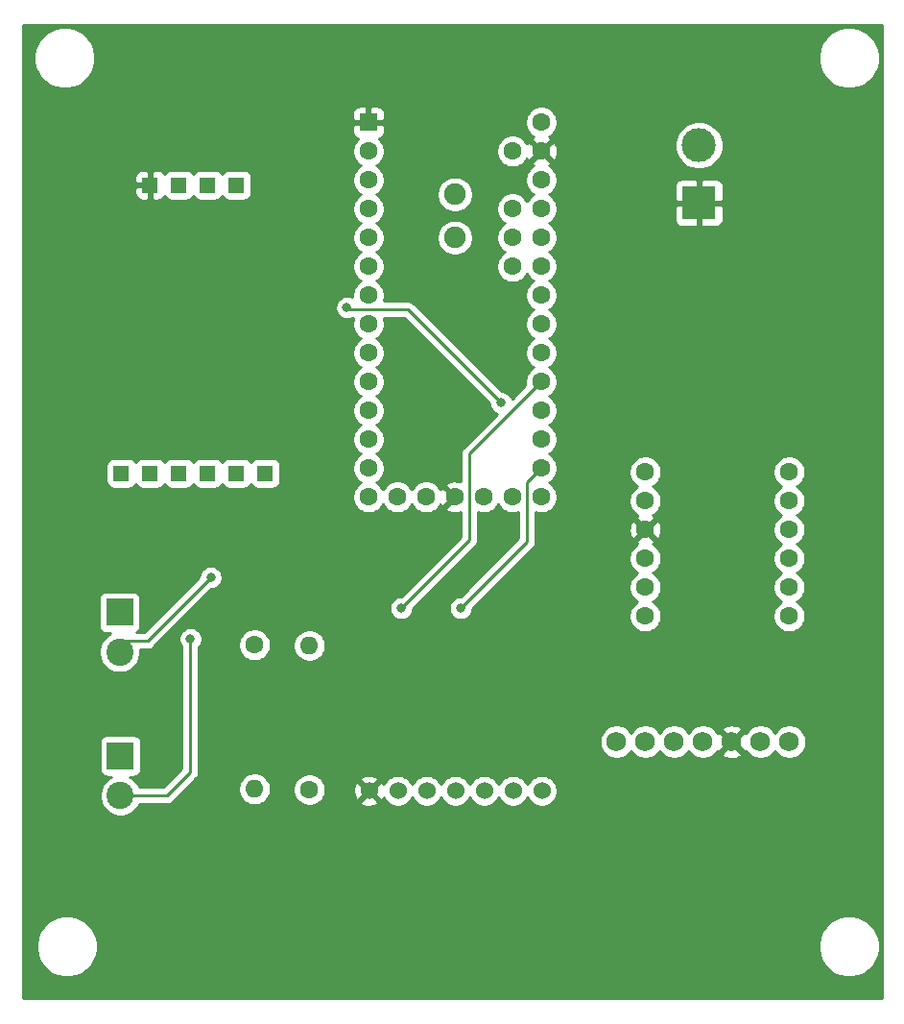
<source format=gbr>
%TF.GenerationSoftware,KiCad,Pcbnew,(5.1.8)-1*%
%TF.CreationDate,2021-03-31T15:24:53-04:00*%
%TF.ProjectId,Artemis Payload Computer,41727465-6d69-4732-9050-61796c6f6164,rev?*%
%TF.SameCoordinates,Original*%
%TF.FileFunction,Copper,L2,Bot*%
%TF.FilePolarity,Positive*%
%FSLAX46Y46*%
G04 Gerber Fmt 4.6, Leading zero omitted, Abs format (unit mm)*
G04 Created by KiCad (PCBNEW (5.1.8)-1) date 2021-03-31 15:24:53*
%MOMM*%
%LPD*%
G01*
G04 APERTURE LIST*
%TA.AperFunction,ComponentPad*%
%ADD10C,2.400000*%
%TD*%
%TA.AperFunction,ComponentPad*%
%ADD11R,2.400000X2.400000*%
%TD*%
%TA.AperFunction,ComponentPad*%
%ADD12C,1.524000*%
%TD*%
%TA.AperFunction,ComponentPad*%
%ADD13C,1.600000*%
%TD*%
%TA.AperFunction,ComponentPad*%
%ADD14O,1.600000X1.600000*%
%TD*%
%TA.AperFunction,ComponentPad*%
%ADD15R,1.408000X1.408000*%
%TD*%
%TA.AperFunction,ComponentPad*%
%ADD16C,1.750000*%
%TD*%
%TA.AperFunction,ComponentPad*%
%ADD17R,1.600000X1.600000*%
%TD*%
%TA.AperFunction,ComponentPad*%
%ADD18C,1.900000*%
%TD*%
%TA.AperFunction,ComponentPad*%
%ADD19C,3.000000*%
%TD*%
%TA.AperFunction,ComponentPad*%
%ADD20R,3.000000X3.000000*%
%TD*%
%TA.AperFunction,ViaPad*%
%ADD21C,0.800000*%
%TD*%
%TA.AperFunction,Conductor*%
%ADD22C,0.250000*%
%TD*%
%TA.AperFunction,Conductor*%
%ADD23C,0.254000*%
%TD*%
%TA.AperFunction,Conductor*%
%ADD24C,0.100000*%
%TD*%
G04 APERTURE END LIST*
D10*
%TO.P,J2,2*%
%TO.N,Net-(J2-Pad2)*%
X117720000Y-120020000D03*
D11*
%TO.P,J2,1*%
%TO.N,Net-(J1-Pad2)*%
X117720000Y-116520000D03*
%TD*%
D10*
%TO.P,J1,2*%
%TO.N,Net-(J1-Pad2)*%
X117650000Y-107360000D03*
D11*
%TO.P,J1,1*%
%TO.N,Net-(J1-Pad1)*%
X117650000Y-103860000D03*
%TD*%
D12*
%TO.P,U701,7*%
%TO.N,GND*%
X139660000Y-119600000D03*
%TO.P,U701,6*%
%TO.N,/CD*%
X142200000Y-119600000D03*
%TO.P,U701,5*%
%TO.N,/DO*%
X144740000Y-119600000D03*
%TO.P,U701,4*%
%TO.N,/SCK*%
X147280000Y-119600000D03*
%TO.P,U701,3*%
%TO.N,/DI*%
X149820000Y-119600000D03*
%TO.P,U701,2*%
%TO.N,/CS*%
X152360000Y-119600000D03*
%TO.P,U701,1*%
%TO.N,+5V*%
X154900000Y-119600000D03*
%TD*%
D13*
%TO.P,U401,12*%
%TO.N,Net-(U401-Pad12)*%
X176730000Y-104200000D03*
%TO.P,U401,11*%
%TO.N,Net-(U401-Pad11)*%
X176730000Y-101660000D03*
%TO.P,U401,10*%
%TO.N,Net-(U401-Pad10)*%
X176730000Y-99120000D03*
%TO.P,U401,9*%
%TO.N,Net-(U401-Pad9)*%
X176730000Y-96580000D03*
%TO.P,U401,8*%
%TO.N,Net-(U401-Pad8)*%
X176730000Y-94040000D03*
%TO.P,U401,7*%
%TO.N,Net-(U401-Pad7)*%
X176730000Y-91500000D03*
%TO.P,U401,6*%
%TO.N,Net-(U401-Pad6)*%
X164030000Y-104200000D03*
%TO.P,U401,5*%
%TO.N,/SDA0*%
X164030000Y-101660000D03*
%TO.P,U401,4*%
%TO.N,/SCL0*%
X164030000Y-99120000D03*
%TO.P,U401,3*%
%TO.N,GND*%
X164030000Y-96580000D03*
%TO.P,U401,2*%
%TO.N,Net-(U401-Pad2)*%
X164030000Y-94040000D03*
%TO.P,U401,1*%
%TO.N,+5V*%
X164030000Y-91500000D03*
%TD*%
D14*
%TO.P,R2,2*%
%TO.N,Net-(R1-Pad1)*%
X134400000Y-106790000D03*
D13*
%TO.P,R2,1*%
%TO.N,Net-(J2-Pad2)*%
X134400000Y-119490000D03*
%TD*%
D15*
%TO.P,U1,GND*%
%TO.N,GND*%
X120330000Y-66210000D03*
%TO.P,U1,DT*%
%TO.N,/DT*%
X122870000Y-66210000D03*
%TO.P,U1,SCK*%
%TO.N,/SCK*%
X125410000Y-66210000D03*
%TO.P,U1,VCC*%
%TO.N,+5V*%
X127950000Y-66210000D03*
%TO.P,U1,B+*%
%TO.N,Net-(U1-PadB+)*%
X130490000Y-91610000D03*
%TO.P,U1,B*%
%TO.N,Net-(U1-PadB)*%
X127950000Y-91610000D03*
%TO.P,U1,A+*%
%TO.N,Net-(R1-Pad1)*%
X125410000Y-91610000D03*
%TO.P,U1,A*%
%TO.N,Net-(J1-Pad2)*%
X122870000Y-91610000D03*
%TO.P,U1,E*%
%TO.N,Net-(J2-Pad2)*%
X120330000Y-91610000D03*
%TO.P,U1,E+*%
%TO.N,Net-(J1-Pad1)*%
X117790000Y-91610000D03*
%TD*%
D14*
%TO.P,R1,2*%
%TO.N,Net-(J1-Pad1)*%
X129560000Y-119440000D03*
D13*
%TO.P,R1,1*%
%TO.N,Net-(R1-Pad1)*%
X129560000Y-106740000D03*
%TD*%
D16*
%TO.P,U501,7*%
%TO.N,Net-(U501-Pad7)*%
X161490000Y-115280000D03*
%TO.P,U501,6*%
%TO.N,/SDA0*%
X164030000Y-115280000D03*
%TO.P,U501,5*%
%TO.N,Net-(U501-Pad5)*%
X166570000Y-115280000D03*
%TO.P,U501,4*%
%TO.N,/SCL0*%
X169110000Y-115280000D03*
%TO.P,U501,3*%
%TO.N,GND*%
X171650000Y-115280000D03*
%TO.P,U501,2*%
%TO.N,Net-(U501-Pad2)*%
X174190000Y-115280000D03*
%TO.P,U501,1*%
%TO.N,+5V*%
X176730000Y-115280000D03*
%TD*%
D13*
%TO.P,U2,17*%
%TO.N,GND*%
X147230000Y-93700000D03*
%TO.P,U2,18*%
%TO.N,Net-(U2-Pad18)*%
X149770000Y-93700000D03*
%TO.P,U2,19*%
%TO.N,Net-(U2-Pad19)*%
X152310000Y-93700000D03*
%TO.P,U2,20*%
%TO.N,Net-(U2-Pad20)*%
X154850000Y-93700000D03*
%TO.P,U2,16*%
%TO.N,Net-(U2-Pad16)*%
X144690000Y-93700000D03*
%TO.P,U2,15*%
%TO.N,Net-(U2-Pad15)*%
X142150000Y-93700000D03*
%TO.P,U2,14*%
%TO.N,/DI*%
X139610000Y-93700000D03*
%TO.P,U2,21*%
%TO.N,/SCK*%
X154850000Y-91160000D03*
%TO.P,U2,22*%
%TO.N,/DT*%
X154850000Y-88620000D03*
%TO.P,U2,23*%
%TO.N,Net-(U2-Pad23)*%
X154850000Y-86080000D03*
%TO.P,U2,24*%
%TO.N,/CD*%
X154850000Y-83540000D03*
%TO.P,U2,25*%
%TO.N,/SDA0*%
X154850000Y-81000000D03*
%TO.P,U2,26*%
%TO.N,/SCL0*%
X154850000Y-78460000D03*
%TO.P,U2,27*%
%TO.N,Net-(U2-Pad27)*%
X154850000Y-75920000D03*
%TO.P,U2,28*%
%TO.N,Net-(U2-Pad28)*%
X154850000Y-73380000D03*
%TO.P,U2,29*%
%TO.N,Net-(U2-Pad29)*%
X154850000Y-70840000D03*
%TO.P,U2,30*%
%TO.N,Net-(U2-Pad30)*%
X154850000Y-68300000D03*
%TO.P,U2,31*%
%TO.N,Net-(U2-Pad31)*%
X154850000Y-65760000D03*
%TO.P,U2,32*%
%TO.N,GND*%
X154850000Y-63220000D03*
%TO.P,U2,33*%
%TO.N,+5V*%
X154850000Y-60680000D03*
%TO.P,U2,34*%
%TO.N,Net-(U2-Pad34)*%
X152310000Y-63220000D03*
%TO.P,U2,35*%
%TO.N,Net-(U2-Pad35)*%
X152310000Y-68300000D03*
%TO.P,U2,36*%
%TO.N,Net-(U2-Pad36)*%
X152310000Y-70840000D03*
%TO.P,U2,37*%
%TO.N,Net-(U2-Pad37)*%
X152310000Y-73380000D03*
%TO.P,U2,13*%
%TO.N,/DO*%
X139610000Y-91160000D03*
%TO.P,U2,12*%
%TO.N,/CS*%
X139610000Y-88620000D03*
%TO.P,U2,11*%
%TO.N,Net-(U2-Pad11)*%
X139610000Y-86080000D03*
%TO.P,U2,10*%
%TO.N,Net-(U2-Pad10)*%
X139610000Y-83540000D03*
%TO.P,U2,9*%
%TO.N,Net-(U2-Pad9)*%
X139610000Y-81000000D03*
%TO.P,U2,8*%
%TO.N,Net-(U2-Pad8)*%
X139610000Y-78460000D03*
%TO.P,U2,7*%
%TO.N,Net-(U2-Pad7)*%
X139610000Y-75920000D03*
%TO.P,U2,6*%
%TO.N,Net-(U2-Pad6)*%
X139610000Y-73380000D03*
%TO.P,U2,5*%
%TO.N,Net-(U2-Pad5)*%
X139610000Y-70840000D03*
%TO.P,U2,4*%
%TO.N,Net-(U2-Pad4)*%
X139610000Y-68300000D03*
%TO.P,U2,3*%
%TO.N,Net-(U2-Pad3)*%
X139610000Y-65760000D03*
%TO.P,U2,2*%
%TO.N,Net-(U2-Pad2)*%
X139610000Y-63220000D03*
D17*
%TO.P,U2,1*%
%TO.N,GND*%
X139610000Y-60680000D03*
D18*
%TO.P,U2,52*%
%TO.N,Net-(U2-Pad52)*%
X147230000Y-70840000D03*
X147230000Y-67030000D03*
%TD*%
D19*
%TO.P,J601,2*%
%TO.N,+BATT*%
X168770000Y-62700000D03*
D20*
%TO.P,J601,1*%
%TO.N,GND*%
X168770000Y-67780000D03*
%TD*%
D21*
%TO.N,GND*%
X141050000Y-101820000D03*
X167000000Y-78250000D03*
X172750000Y-78250000D03*
%TO.N,Net-(J1-Pad2)*%
X125700000Y-100800000D03*
%TO.N,Net-(J2-Pad2)*%
X123900000Y-106200000D03*
%TO.N,/DT*%
X137700000Y-77000000D03*
X151300000Y-85400000D03*
%TO.N,/SCK*%
X147750000Y-103500000D03*
%TO.N,/CD*%
X142500000Y-103500000D03*
%TD*%
D22*
%TO.N,GND*%
X147230000Y-93700000D02*
X141050000Y-99880000D01*
X141050000Y-99880000D02*
X141050000Y-101820000D01*
%TO.N,Net-(J1-Pad2)*%
X120100000Y-106400000D02*
X117650000Y-106400000D01*
X125700000Y-100800000D02*
X120100000Y-106400000D01*
%TO.N,Net-(J2-Pad2)*%
X118680000Y-120020000D02*
X117720000Y-119060000D01*
X121830000Y-120020000D02*
X118680000Y-120020000D01*
X123900000Y-117950000D02*
X121830000Y-120020000D01*
X123900000Y-106200000D02*
X123900000Y-117950000D01*
%TO.N,/DT*%
X143075000Y-77175000D02*
X151300000Y-85400000D01*
X137875000Y-77175000D02*
X143075000Y-77175000D01*
X137700000Y-77000000D02*
X137875000Y-77175000D01*
%TO.N,/SCK*%
X153600000Y-92410000D02*
X154850000Y-91160000D01*
X147750000Y-103500000D02*
X153600000Y-97650000D01*
X153600000Y-97650000D02*
X153600000Y-92410000D01*
%TO.N,/CD*%
X148500000Y-89890000D02*
X154850000Y-83540000D01*
X142500000Y-103500000D02*
X148500000Y-97500000D01*
X148500000Y-97500000D02*
X148500000Y-89890000D01*
%TD*%
D23*
%TO.N,GND*%
X184873000Y-137873000D02*
X109127000Y-137873000D01*
X109127000Y-133032413D01*
X110283146Y-133032413D01*
X110283146Y-133567587D01*
X110387553Y-134092477D01*
X110592355Y-134586913D01*
X110889681Y-135031894D01*
X111268106Y-135410319D01*
X111713087Y-135707645D01*
X112207523Y-135912447D01*
X112732413Y-136016854D01*
X113267587Y-136016854D01*
X113792477Y-135912447D01*
X114286913Y-135707645D01*
X114731894Y-135410319D01*
X115110319Y-135031894D01*
X115407645Y-134586913D01*
X115612447Y-134092477D01*
X115716854Y-133567587D01*
X115716854Y-133032413D01*
X179283146Y-133032413D01*
X179283146Y-133567587D01*
X179387553Y-134092477D01*
X179592355Y-134586913D01*
X179889681Y-135031894D01*
X180268106Y-135410319D01*
X180713087Y-135707645D01*
X181207523Y-135912447D01*
X181732413Y-136016854D01*
X182267587Y-136016854D01*
X182792477Y-135912447D01*
X183286913Y-135707645D01*
X183731894Y-135410319D01*
X184110319Y-135031894D01*
X184407645Y-134586913D01*
X184612447Y-134092477D01*
X184716854Y-133567587D01*
X184716854Y-133032413D01*
X184612447Y-132507523D01*
X184407645Y-132013087D01*
X184110319Y-131568106D01*
X183731894Y-131189681D01*
X183286913Y-130892355D01*
X182792477Y-130687553D01*
X182267587Y-130583146D01*
X181732413Y-130583146D01*
X181207523Y-130687553D01*
X180713087Y-130892355D01*
X180268106Y-131189681D01*
X179889681Y-131568106D01*
X179592355Y-132013087D01*
X179387553Y-132507523D01*
X179283146Y-133032413D01*
X115716854Y-133032413D01*
X115612447Y-132507523D01*
X115407645Y-132013087D01*
X115110319Y-131568106D01*
X114731894Y-131189681D01*
X114286913Y-130892355D01*
X113792477Y-130687553D01*
X113267587Y-130583146D01*
X112732413Y-130583146D01*
X112207523Y-130687553D01*
X111713087Y-130892355D01*
X111268106Y-131189681D01*
X110889681Y-131568106D01*
X110592355Y-132013087D01*
X110387553Y-132507523D01*
X110283146Y-133032413D01*
X109127000Y-133032413D01*
X109127000Y-115320000D01*
X115881928Y-115320000D01*
X115881928Y-117720000D01*
X115894188Y-117844482D01*
X115930498Y-117964180D01*
X115989463Y-118074494D01*
X116068815Y-118171185D01*
X116165506Y-118250537D01*
X116275820Y-118309502D01*
X116395518Y-118345812D01*
X116520000Y-118358072D01*
X116937162Y-118358072D01*
X116850801Y-118393844D01*
X116550256Y-118594662D01*
X116294662Y-118850256D01*
X116093844Y-119150801D01*
X115955518Y-119484750D01*
X115885000Y-119839268D01*
X115885000Y-120200732D01*
X115955518Y-120555250D01*
X116093844Y-120889199D01*
X116294662Y-121189744D01*
X116550256Y-121445338D01*
X116850801Y-121646156D01*
X117184750Y-121784482D01*
X117539268Y-121855000D01*
X117900732Y-121855000D01*
X118255250Y-121784482D01*
X118589199Y-121646156D01*
X118889744Y-121445338D01*
X119145338Y-121189744D01*
X119346156Y-120889199D01*
X119391388Y-120780000D01*
X121792678Y-120780000D01*
X121830000Y-120783676D01*
X121867322Y-120780000D01*
X121867333Y-120780000D01*
X121978986Y-120769003D01*
X122122247Y-120725546D01*
X122254276Y-120654974D01*
X122370001Y-120560001D01*
X122393804Y-120530997D01*
X123626136Y-119298665D01*
X128125000Y-119298665D01*
X128125000Y-119581335D01*
X128180147Y-119858574D01*
X128288320Y-120119727D01*
X128445363Y-120354759D01*
X128645241Y-120554637D01*
X128880273Y-120711680D01*
X129141426Y-120819853D01*
X129418665Y-120875000D01*
X129701335Y-120875000D01*
X129978574Y-120819853D01*
X130239727Y-120711680D01*
X130474759Y-120554637D01*
X130674637Y-120354759D01*
X130831680Y-120119727D01*
X130939853Y-119858574D01*
X130995000Y-119581335D01*
X130995000Y-119348665D01*
X132965000Y-119348665D01*
X132965000Y-119631335D01*
X133020147Y-119908574D01*
X133128320Y-120169727D01*
X133285363Y-120404759D01*
X133485241Y-120604637D01*
X133720273Y-120761680D01*
X133981426Y-120869853D01*
X134258665Y-120925000D01*
X134541335Y-120925000D01*
X134818574Y-120869853D01*
X135079727Y-120761680D01*
X135314759Y-120604637D01*
X135353831Y-120565565D01*
X138874040Y-120565565D01*
X138941020Y-120805656D01*
X139190048Y-120922756D01*
X139457135Y-120989023D01*
X139732017Y-121001910D01*
X140004133Y-120960922D01*
X140263023Y-120867636D01*
X140378980Y-120805656D01*
X140445960Y-120565565D01*
X139660000Y-119779605D01*
X138874040Y-120565565D01*
X135353831Y-120565565D01*
X135514637Y-120404759D01*
X135671680Y-120169727D01*
X135779853Y-119908574D01*
X135826907Y-119672017D01*
X138258090Y-119672017D01*
X138299078Y-119944133D01*
X138392364Y-120203023D01*
X138454344Y-120318980D01*
X138694435Y-120385960D01*
X139480395Y-119600000D01*
X139839605Y-119600000D01*
X140625565Y-120385960D01*
X140865656Y-120318980D01*
X140929485Y-120183240D01*
X140961995Y-120261727D01*
X141114880Y-120490535D01*
X141309465Y-120685120D01*
X141538273Y-120838005D01*
X141792510Y-120943314D01*
X142062408Y-120997000D01*
X142337592Y-120997000D01*
X142607490Y-120943314D01*
X142861727Y-120838005D01*
X143090535Y-120685120D01*
X143285120Y-120490535D01*
X143438005Y-120261727D01*
X143470000Y-120184485D01*
X143501995Y-120261727D01*
X143654880Y-120490535D01*
X143849465Y-120685120D01*
X144078273Y-120838005D01*
X144332510Y-120943314D01*
X144602408Y-120997000D01*
X144877592Y-120997000D01*
X145147490Y-120943314D01*
X145401727Y-120838005D01*
X145630535Y-120685120D01*
X145825120Y-120490535D01*
X145978005Y-120261727D01*
X146010000Y-120184485D01*
X146041995Y-120261727D01*
X146194880Y-120490535D01*
X146389465Y-120685120D01*
X146618273Y-120838005D01*
X146872510Y-120943314D01*
X147142408Y-120997000D01*
X147417592Y-120997000D01*
X147687490Y-120943314D01*
X147941727Y-120838005D01*
X148170535Y-120685120D01*
X148365120Y-120490535D01*
X148518005Y-120261727D01*
X148550000Y-120184485D01*
X148581995Y-120261727D01*
X148734880Y-120490535D01*
X148929465Y-120685120D01*
X149158273Y-120838005D01*
X149412510Y-120943314D01*
X149682408Y-120997000D01*
X149957592Y-120997000D01*
X150227490Y-120943314D01*
X150481727Y-120838005D01*
X150710535Y-120685120D01*
X150905120Y-120490535D01*
X151058005Y-120261727D01*
X151090000Y-120184485D01*
X151121995Y-120261727D01*
X151274880Y-120490535D01*
X151469465Y-120685120D01*
X151698273Y-120838005D01*
X151952510Y-120943314D01*
X152222408Y-120997000D01*
X152497592Y-120997000D01*
X152767490Y-120943314D01*
X153021727Y-120838005D01*
X153250535Y-120685120D01*
X153445120Y-120490535D01*
X153598005Y-120261727D01*
X153630000Y-120184485D01*
X153661995Y-120261727D01*
X153814880Y-120490535D01*
X154009465Y-120685120D01*
X154238273Y-120838005D01*
X154492510Y-120943314D01*
X154762408Y-120997000D01*
X155037592Y-120997000D01*
X155307490Y-120943314D01*
X155561727Y-120838005D01*
X155790535Y-120685120D01*
X155985120Y-120490535D01*
X156138005Y-120261727D01*
X156243314Y-120007490D01*
X156297000Y-119737592D01*
X156297000Y-119462408D01*
X156243314Y-119192510D01*
X156138005Y-118938273D01*
X155985120Y-118709465D01*
X155790535Y-118514880D01*
X155561727Y-118361995D01*
X155307490Y-118256686D01*
X155037592Y-118203000D01*
X154762408Y-118203000D01*
X154492510Y-118256686D01*
X154238273Y-118361995D01*
X154009465Y-118514880D01*
X153814880Y-118709465D01*
X153661995Y-118938273D01*
X153630000Y-119015515D01*
X153598005Y-118938273D01*
X153445120Y-118709465D01*
X153250535Y-118514880D01*
X153021727Y-118361995D01*
X152767490Y-118256686D01*
X152497592Y-118203000D01*
X152222408Y-118203000D01*
X151952510Y-118256686D01*
X151698273Y-118361995D01*
X151469465Y-118514880D01*
X151274880Y-118709465D01*
X151121995Y-118938273D01*
X151090000Y-119015515D01*
X151058005Y-118938273D01*
X150905120Y-118709465D01*
X150710535Y-118514880D01*
X150481727Y-118361995D01*
X150227490Y-118256686D01*
X149957592Y-118203000D01*
X149682408Y-118203000D01*
X149412510Y-118256686D01*
X149158273Y-118361995D01*
X148929465Y-118514880D01*
X148734880Y-118709465D01*
X148581995Y-118938273D01*
X148550000Y-119015515D01*
X148518005Y-118938273D01*
X148365120Y-118709465D01*
X148170535Y-118514880D01*
X147941727Y-118361995D01*
X147687490Y-118256686D01*
X147417592Y-118203000D01*
X147142408Y-118203000D01*
X146872510Y-118256686D01*
X146618273Y-118361995D01*
X146389465Y-118514880D01*
X146194880Y-118709465D01*
X146041995Y-118938273D01*
X146010000Y-119015515D01*
X145978005Y-118938273D01*
X145825120Y-118709465D01*
X145630535Y-118514880D01*
X145401727Y-118361995D01*
X145147490Y-118256686D01*
X144877592Y-118203000D01*
X144602408Y-118203000D01*
X144332510Y-118256686D01*
X144078273Y-118361995D01*
X143849465Y-118514880D01*
X143654880Y-118709465D01*
X143501995Y-118938273D01*
X143470000Y-119015515D01*
X143438005Y-118938273D01*
X143285120Y-118709465D01*
X143090535Y-118514880D01*
X142861727Y-118361995D01*
X142607490Y-118256686D01*
X142337592Y-118203000D01*
X142062408Y-118203000D01*
X141792510Y-118256686D01*
X141538273Y-118361995D01*
X141309465Y-118514880D01*
X141114880Y-118709465D01*
X140961995Y-118938273D01*
X140932308Y-119009943D01*
X140927636Y-118996977D01*
X140865656Y-118881020D01*
X140625565Y-118814040D01*
X139839605Y-119600000D01*
X139480395Y-119600000D01*
X138694435Y-118814040D01*
X138454344Y-118881020D01*
X138337244Y-119130048D01*
X138270977Y-119397135D01*
X138258090Y-119672017D01*
X135826907Y-119672017D01*
X135835000Y-119631335D01*
X135835000Y-119348665D01*
X135779853Y-119071426D01*
X135671680Y-118810273D01*
X135554190Y-118634435D01*
X138874040Y-118634435D01*
X139660000Y-119420395D01*
X140445960Y-118634435D01*
X140378980Y-118394344D01*
X140129952Y-118277244D01*
X139862865Y-118210977D01*
X139587983Y-118198090D01*
X139315867Y-118239078D01*
X139056977Y-118332364D01*
X138941020Y-118394344D01*
X138874040Y-118634435D01*
X135554190Y-118634435D01*
X135514637Y-118575241D01*
X135314759Y-118375363D01*
X135079727Y-118218320D01*
X134818574Y-118110147D01*
X134541335Y-118055000D01*
X134258665Y-118055000D01*
X133981426Y-118110147D01*
X133720273Y-118218320D01*
X133485241Y-118375363D01*
X133285363Y-118575241D01*
X133128320Y-118810273D01*
X133020147Y-119071426D01*
X132965000Y-119348665D01*
X130995000Y-119348665D01*
X130995000Y-119298665D01*
X130939853Y-119021426D01*
X130831680Y-118760273D01*
X130674637Y-118525241D01*
X130474759Y-118325363D01*
X130239727Y-118168320D01*
X129978574Y-118060147D01*
X129701335Y-118005000D01*
X129418665Y-118005000D01*
X129141426Y-118060147D01*
X128880273Y-118168320D01*
X128645241Y-118325363D01*
X128445363Y-118525241D01*
X128288320Y-118760273D01*
X128180147Y-119021426D01*
X128125000Y-119298665D01*
X123626136Y-119298665D01*
X124411003Y-118513799D01*
X124440001Y-118490001D01*
X124518505Y-118394344D01*
X124534974Y-118374277D01*
X124605546Y-118242247D01*
X124617451Y-118203000D01*
X124649003Y-118098986D01*
X124660000Y-117987333D01*
X124660000Y-117987324D01*
X124663676Y-117950001D01*
X124660000Y-117912678D01*
X124660000Y-115131278D01*
X159980000Y-115131278D01*
X159980000Y-115428722D01*
X160038029Y-115720451D01*
X160151856Y-115995253D01*
X160317107Y-116242569D01*
X160527431Y-116452893D01*
X160774747Y-116618144D01*
X161049549Y-116731971D01*
X161341278Y-116790000D01*
X161638722Y-116790000D01*
X161930451Y-116731971D01*
X162205253Y-116618144D01*
X162452569Y-116452893D01*
X162662893Y-116242569D01*
X162760000Y-116097238D01*
X162857107Y-116242569D01*
X163067431Y-116452893D01*
X163314747Y-116618144D01*
X163589549Y-116731971D01*
X163881278Y-116790000D01*
X164178722Y-116790000D01*
X164470451Y-116731971D01*
X164745253Y-116618144D01*
X164992569Y-116452893D01*
X165202893Y-116242569D01*
X165300000Y-116097238D01*
X165397107Y-116242569D01*
X165607431Y-116452893D01*
X165854747Y-116618144D01*
X166129549Y-116731971D01*
X166421278Y-116790000D01*
X166718722Y-116790000D01*
X167010451Y-116731971D01*
X167285253Y-116618144D01*
X167532569Y-116452893D01*
X167742893Y-116242569D01*
X167840000Y-116097238D01*
X167937107Y-116242569D01*
X168147431Y-116452893D01*
X168394747Y-116618144D01*
X168669549Y-116731971D01*
X168961278Y-116790000D01*
X169258722Y-116790000D01*
X169550451Y-116731971D01*
X169825253Y-116618144D01*
X170072569Y-116452893D01*
X170199222Y-116326240D01*
X170783365Y-116326240D01*
X170864025Y-116577868D01*
X171132329Y-116706267D01*
X171420526Y-116779855D01*
X171717543Y-116795804D01*
X172011963Y-116753501D01*
X172292474Y-116654572D01*
X172435975Y-116577868D01*
X172516635Y-116326240D01*
X171650000Y-115459605D01*
X170783365Y-116326240D01*
X170199222Y-116326240D01*
X170282893Y-116242569D01*
X170392288Y-116078847D01*
X170603760Y-116146635D01*
X171470395Y-115280000D01*
X171829605Y-115280000D01*
X172696240Y-116146635D01*
X172907712Y-116078847D01*
X173017107Y-116242569D01*
X173227431Y-116452893D01*
X173474747Y-116618144D01*
X173749549Y-116731971D01*
X174041278Y-116790000D01*
X174338722Y-116790000D01*
X174630451Y-116731971D01*
X174905253Y-116618144D01*
X175152569Y-116452893D01*
X175362893Y-116242569D01*
X175460000Y-116097238D01*
X175557107Y-116242569D01*
X175767431Y-116452893D01*
X176014747Y-116618144D01*
X176289549Y-116731971D01*
X176581278Y-116790000D01*
X176878722Y-116790000D01*
X177170451Y-116731971D01*
X177445253Y-116618144D01*
X177692569Y-116452893D01*
X177902893Y-116242569D01*
X178068144Y-115995253D01*
X178181971Y-115720451D01*
X178240000Y-115428722D01*
X178240000Y-115131278D01*
X178181971Y-114839549D01*
X178068144Y-114564747D01*
X177902893Y-114317431D01*
X177692569Y-114107107D01*
X177445253Y-113941856D01*
X177170451Y-113828029D01*
X176878722Y-113770000D01*
X176581278Y-113770000D01*
X176289549Y-113828029D01*
X176014747Y-113941856D01*
X175767431Y-114107107D01*
X175557107Y-114317431D01*
X175460000Y-114462762D01*
X175362893Y-114317431D01*
X175152569Y-114107107D01*
X174905253Y-113941856D01*
X174630451Y-113828029D01*
X174338722Y-113770000D01*
X174041278Y-113770000D01*
X173749549Y-113828029D01*
X173474747Y-113941856D01*
X173227431Y-114107107D01*
X173017107Y-114317431D01*
X172907712Y-114481153D01*
X172696240Y-114413365D01*
X171829605Y-115280000D01*
X171470395Y-115280000D01*
X170603760Y-114413365D01*
X170392288Y-114481153D01*
X170282893Y-114317431D01*
X170199222Y-114233760D01*
X170783365Y-114233760D01*
X171650000Y-115100395D01*
X172516635Y-114233760D01*
X172435975Y-113982132D01*
X172167671Y-113853733D01*
X171879474Y-113780145D01*
X171582457Y-113764196D01*
X171288037Y-113806499D01*
X171007526Y-113905428D01*
X170864025Y-113982132D01*
X170783365Y-114233760D01*
X170199222Y-114233760D01*
X170072569Y-114107107D01*
X169825253Y-113941856D01*
X169550451Y-113828029D01*
X169258722Y-113770000D01*
X168961278Y-113770000D01*
X168669549Y-113828029D01*
X168394747Y-113941856D01*
X168147431Y-114107107D01*
X167937107Y-114317431D01*
X167840000Y-114462762D01*
X167742893Y-114317431D01*
X167532569Y-114107107D01*
X167285253Y-113941856D01*
X167010451Y-113828029D01*
X166718722Y-113770000D01*
X166421278Y-113770000D01*
X166129549Y-113828029D01*
X165854747Y-113941856D01*
X165607431Y-114107107D01*
X165397107Y-114317431D01*
X165300000Y-114462762D01*
X165202893Y-114317431D01*
X164992569Y-114107107D01*
X164745253Y-113941856D01*
X164470451Y-113828029D01*
X164178722Y-113770000D01*
X163881278Y-113770000D01*
X163589549Y-113828029D01*
X163314747Y-113941856D01*
X163067431Y-114107107D01*
X162857107Y-114317431D01*
X162760000Y-114462762D01*
X162662893Y-114317431D01*
X162452569Y-114107107D01*
X162205253Y-113941856D01*
X161930451Y-113828029D01*
X161638722Y-113770000D01*
X161341278Y-113770000D01*
X161049549Y-113828029D01*
X160774747Y-113941856D01*
X160527431Y-114107107D01*
X160317107Y-114317431D01*
X160151856Y-114564747D01*
X160038029Y-114839549D01*
X159980000Y-115131278D01*
X124660000Y-115131278D01*
X124660000Y-106903711D01*
X124703937Y-106859774D01*
X124817205Y-106690256D01*
X124855143Y-106598665D01*
X128125000Y-106598665D01*
X128125000Y-106881335D01*
X128180147Y-107158574D01*
X128288320Y-107419727D01*
X128445363Y-107654759D01*
X128645241Y-107854637D01*
X128880273Y-108011680D01*
X129141426Y-108119853D01*
X129418665Y-108175000D01*
X129701335Y-108175000D01*
X129978574Y-108119853D01*
X130239727Y-108011680D01*
X130474759Y-107854637D01*
X130674637Y-107654759D01*
X130831680Y-107419727D01*
X130939853Y-107158574D01*
X130995000Y-106881335D01*
X130995000Y-106648665D01*
X132965000Y-106648665D01*
X132965000Y-106931335D01*
X133020147Y-107208574D01*
X133128320Y-107469727D01*
X133285363Y-107704759D01*
X133485241Y-107904637D01*
X133720273Y-108061680D01*
X133981426Y-108169853D01*
X134258665Y-108225000D01*
X134541335Y-108225000D01*
X134818574Y-108169853D01*
X135079727Y-108061680D01*
X135314759Y-107904637D01*
X135514637Y-107704759D01*
X135671680Y-107469727D01*
X135779853Y-107208574D01*
X135835000Y-106931335D01*
X135835000Y-106648665D01*
X135779853Y-106371426D01*
X135671680Y-106110273D01*
X135514637Y-105875241D01*
X135314759Y-105675363D01*
X135079727Y-105518320D01*
X134818574Y-105410147D01*
X134541335Y-105355000D01*
X134258665Y-105355000D01*
X133981426Y-105410147D01*
X133720273Y-105518320D01*
X133485241Y-105675363D01*
X133285363Y-105875241D01*
X133128320Y-106110273D01*
X133020147Y-106371426D01*
X132965000Y-106648665D01*
X130995000Y-106648665D01*
X130995000Y-106598665D01*
X130939853Y-106321426D01*
X130831680Y-106060273D01*
X130674637Y-105825241D01*
X130474759Y-105625363D01*
X130239727Y-105468320D01*
X129978574Y-105360147D01*
X129701335Y-105305000D01*
X129418665Y-105305000D01*
X129141426Y-105360147D01*
X128880273Y-105468320D01*
X128645241Y-105625363D01*
X128445363Y-105825241D01*
X128288320Y-106060273D01*
X128180147Y-106321426D01*
X128125000Y-106598665D01*
X124855143Y-106598665D01*
X124895226Y-106501898D01*
X124935000Y-106301939D01*
X124935000Y-106098061D01*
X124895226Y-105898102D01*
X124817205Y-105709744D01*
X124703937Y-105540226D01*
X124559774Y-105396063D01*
X124390256Y-105282795D01*
X124201898Y-105204774D01*
X124001939Y-105165000D01*
X123798061Y-105165000D01*
X123598102Y-105204774D01*
X123409744Y-105282795D01*
X123240226Y-105396063D01*
X123096063Y-105540226D01*
X122982795Y-105709744D01*
X122904774Y-105898102D01*
X122865000Y-106098061D01*
X122865000Y-106301939D01*
X122904774Y-106501898D01*
X122982795Y-106690256D01*
X123096063Y-106859774D01*
X123140000Y-106903711D01*
X123140001Y-117635197D01*
X121515199Y-119260000D01*
X119391388Y-119260000D01*
X119346156Y-119150801D01*
X119145338Y-118850256D01*
X118889744Y-118594662D01*
X118589199Y-118393844D01*
X118502838Y-118358072D01*
X118920000Y-118358072D01*
X119044482Y-118345812D01*
X119164180Y-118309502D01*
X119274494Y-118250537D01*
X119371185Y-118171185D01*
X119450537Y-118074494D01*
X119509502Y-117964180D01*
X119545812Y-117844482D01*
X119558072Y-117720000D01*
X119558072Y-115320000D01*
X119545812Y-115195518D01*
X119509502Y-115075820D01*
X119450537Y-114965506D01*
X119371185Y-114868815D01*
X119274494Y-114789463D01*
X119164180Y-114730498D01*
X119044482Y-114694188D01*
X118920000Y-114681928D01*
X116520000Y-114681928D01*
X116395518Y-114694188D01*
X116275820Y-114730498D01*
X116165506Y-114789463D01*
X116068815Y-114868815D01*
X115989463Y-114965506D01*
X115930498Y-115075820D01*
X115894188Y-115195518D01*
X115881928Y-115320000D01*
X109127000Y-115320000D01*
X109127000Y-102660000D01*
X115811928Y-102660000D01*
X115811928Y-105060000D01*
X115824188Y-105184482D01*
X115860498Y-105304180D01*
X115919463Y-105414494D01*
X115998815Y-105511185D01*
X116095506Y-105590537D01*
X116205820Y-105649502D01*
X116325518Y-105685812D01*
X116450000Y-105698072D01*
X116867162Y-105698072D01*
X116780801Y-105733844D01*
X116480256Y-105934662D01*
X116224662Y-106190256D01*
X116023844Y-106490801D01*
X115885518Y-106824750D01*
X115815000Y-107179268D01*
X115815000Y-107540732D01*
X115885518Y-107895250D01*
X116023844Y-108229199D01*
X116224662Y-108529744D01*
X116480256Y-108785338D01*
X116780801Y-108986156D01*
X117114750Y-109124482D01*
X117469268Y-109195000D01*
X117830732Y-109195000D01*
X118185250Y-109124482D01*
X118519199Y-108986156D01*
X118819744Y-108785338D01*
X119075338Y-108529744D01*
X119276156Y-108229199D01*
X119414482Y-107895250D01*
X119485000Y-107540732D01*
X119485000Y-107179268D01*
X119481167Y-107160000D01*
X120062678Y-107160000D01*
X120100000Y-107163676D01*
X120137322Y-107160000D01*
X120137333Y-107160000D01*
X120248986Y-107149003D01*
X120392247Y-107105546D01*
X120524276Y-107034974D01*
X120640001Y-106940001D01*
X120663804Y-106910997D01*
X125739802Y-101835000D01*
X125801939Y-101835000D01*
X126001898Y-101795226D01*
X126190256Y-101717205D01*
X126359774Y-101603937D01*
X126503937Y-101459774D01*
X126617205Y-101290256D01*
X126695226Y-101101898D01*
X126735000Y-100901939D01*
X126735000Y-100698061D01*
X126695226Y-100498102D01*
X126617205Y-100309744D01*
X126503937Y-100140226D01*
X126359774Y-99996063D01*
X126190256Y-99882795D01*
X126001898Y-99804774D01*
X125801939Y-99765000D01*
X125598061Y-99765000D01*
X125398102Y-99804774D01*
X125209744Y-99882795D01*
X125040226Y-99996063D01*
X124896063Y-100140226D01*
X124782795Y-100309744D01*
X124704774Y-100498102D01*
X124665000Y-100698061D01*
X124665000Y-100760198D01*
X119785199Y-105640000D01*
X119111957Y-105640000D01*
X119204494Y-105590537D01*
X119301185Y-105511185D01*
X119380537Y-105414494D01*
X119439502Y-105304180D01*
X119475812Y-105184482D01*
X119488072Y-105060000D01*
X119488072Y-102660000D01*
X119475812Y-102535518D01*
X119439502Y-102415820D01*
X119380537Y-102305506D01*
X119301185Y-102208815D01*
X119204494Y-102129463D01*
X119094180Y-102070498D01*
X118974482Y-102034188D01*
X118850000Y-102021928D01*
X116450000Y-102021928D01*
X116325518Y-102034188D01*
X116205820Y-102070498D01*
X116095506Y-102129463D01*
X115998815Y-102208815D01*
X115919463Y-102305506D01*
X115860498Y-102415820D01*
X115824188Y-102535518D01*
X115811928Y-102660000D01*
X109127000Y-102660000D01*
X109127000Y-90906000D01*
X116447928Y-90906000D01*
X116447928Y-92314000D01*
X116460188Y-92438482D01*
X116496498Y-92558180D01*
X116555463Y-92668494D01*
X116634815Y-92765185D01*
X116731506Y-92844537D01*
X116841820Y-92903502D01*
X116961518Y-92939812D01*
X117086000Y-92952072D01*
X118494000Y-92952072D01*
X118618482Y-92939812D01*
X118738180Y-92903502D01*
X118848494Y-92844537D01*
X118945185Y-92765185D01*
X119024537Y-92668494D01*
X119060000Y-92602148D01*
X119095463Y-92668494D01*
X119174815Y-92765185D01*
X119271506Y-92844537D01*
X119381820Y-92903502D01*
X119501518Y-92939812D01*
X119626000Y-92952072D01*
X121034000Y-92952072D01*
X121158482Y-92939812D01*
X121278180Y-92903502D01*
X121388494Y-92844537D01*
X121485185Y-92765185D01*
X121564537Y-92668494D01*
X121600000Y-92602148D01*
X121635463Y-92668494D01*
X121714815Y-92765185D01*
X121811506Y-92844537D01*
X121921820Y-92903502D01*
X122041518Y-92939812D01*
X122166000Y-92952072D01*
X123574000Y-92952072D01*
X123698482Y-92939812D01*
X123818180Y-92903502D01*
X123928494Y-92844537D01*
X124025185Y-92765185D01*
X124104537Y-92668494D01*
X124140000Y-92602148D01*
X124175463Y-92668494D01*
X124254815Y-92765185D01*
X124351506Y-92844537D01*
X124461820Y-92903502D01*
X124581518Y-92939812D01*
X124706000Y-92952072D01*
X126114000Y-92952072D01*
X126238482Y-92939812D01*
X126358180Y-92903502D01*
X126468494Y-92844537D01*
X126565185Y-92765185D01*
X126644537Y-92668494D01*
X126680000Y-92602148D01*
X126715463Y-92668494D01*
X126794815Y-92765185D01*
X126891506Y-92844537D01*
X127001820Y-92903502D01*
X127121518Y-92939812D01*
X127246000Y-92952072D01*
X128654000Y-92952072D01*
X128778482Y-92939812D01*
X128898180Y-92903502D01*
X129008494Y-92844537D01*
X129105185Y-92765185D01*
X129184537Y-92668494D01*
X129220000Y-92602148D01*
X129255463Y-92668494D01*
X129334815Y-92765185D01*
X129431506Y-92844537D01*
X129541820Y-92903502D01*
X129661518Y-92939812D01*
X129786000Y-92952072D01*
X131194000Y-92952072D01*
X131318482Y-92939812D01*
X131438180Y-92903502D01*
X131548494Y-92844537D01*
X131645185Y-92765185D01*
X131724537Y-92668494D01*
X131783502Y-92558180D01*
X131819812Y-92438482D01*
X131832072Y-92314000D01*
X131832072Y-90906000D01*
X131819812Y-90781518D01*
X131783502Y-90661820D01*
X131724537Y-90551506D01*
X131645185Y-90454815D01*
X131548494Y-90375463D01*
X131438180Y-90316498D01*
X131318482Y-90280188D01*
X131194000Y-90267928D01*
X129786000Y-90267928D01*
X129661518Y-90280188D01*
X129541820Y-90316498D01*
X129431506Y-90375463D01*
X129334815Y-90454815D01*
X129255463Y-90551506D01*
X129220000Y-90617852D01*
X129184537Y-90551506D01*
X129105185Y-90454815D01*
X129008494Y-90375463D01*
X128898180Y-90316498D01*
X128778482Y-90280188D01*
X128654000Y-90267928D01*
X127246000Y-90267928D01*
X127121518Y-90280188D01*
X127001820Y-90316498D01*
X126891506Y-90375463D01*
X126794815Y-90454815D01*
X126715463Y-90551506D01*
X126680000Y-90617852D01*
X126644537Y-90551506D01*
X126565185Y-90454815D01*
X126468494Y-90375463D01*
X126358180Y-90316498D01*
X126238482Y-90280188D01*
X126114000Y-90267928D01*
X124706000Y-90267928D01*
X124581518Y-90280188D01*
X124461820Y-90316498D01*
X124351506Y-90375463D01*
X124254815Y-90454815D01*
X124175463Y-90551506D01*
X124140000Y-90617852D01*
X124104537Y-90551506D01*
X124025185Y-90454815D01*
X123928494Y-90375463D01*
X123818180Y-90316498D01*
X123698482Y-90280188D01*
X123574000Y-90267928D01*
X122166000Y-90267928D01*
X122041518Y-90280188D01*
X121921820Y-90316498D01*
X121811506Y-90375463D01*
X121714815Y-90454815D01*
X121635463Y-90551506D01*
X121600000Y-90617852D01*
X121564537Y-90551506D01*
X121485185Y-90454815D01*
X121388494Y-90375463D01*
X121278180Y-90316498D01*
X121158482Y-90280188D01*
X121034000Y-90267928D01*
X119626000Y-90267928D01*
X119501518Y-90280188D01*
X119381820Y-90316498D01*
X119271506Y-90375463D01*
X119174815Y-90454815D01*
X119095463Y-90551506D01*
X119060000Y-90617852D01*
X119024537Y-90551506D01*
X118945185Y-90454815D01*
X118848494Y-90375463D01*
X118738180Y-90316498D01*
X118618482Y-90280188D01*
X118494000Y-90267928D01*
X117086000Y-90267928D01*
X116961518Y-90280188D01*
X116841820Y-90316498D01*
X116731506Y-90375463D01*
X116634815Y-90454815D01*
X116555463Y-90551506D01*
X116496498Y-90661820D01*
X116460188Y-90781518D01*
X116447928Y-90906000D01*
X109127000Y-90906000D01*
X109127000Y-76898061D01*
X136665000Y-76898061D01*
X136665000Y-77101939D01*
X136704774Y-77301898D01*
X136782795Y-77490256D01*
X136896063Y-77659774D01*
X137040226Y-77803937D01*
X137209744Y-77917205D01*
X137398102Y-77995226D01*
X137598061Y-78035000D01*
X137801939Y-78035000D01*
X138001898Y-77995226D01*
X138147295Y-77935000D01*
X138274230Y-77935000D01*
X138230147Y-78041426D01*
X138175000Y-78318665D01*
X138175000Y-78601335D01*
X138230147Y-78878574D01*
X138338320Y-79139727D01*
X138495363Y-79374759D01*
X138695241Y-79574637D01*
X138927759Y-79730000D01*
X138695241Y-79885363D01*
X138495363Y-80085241D01*
X138338320Y-80320273D01*
X138230147Y-80581426D01*
X138175000Y-80858665D01*
X138175000Y-81141335D01*
X138230147Y-81418574D01*
X138338320Y-81679727D01*
X138495363Y-81914759D01*
X138695241Y-82114637D01*
X138927759Y-82270000D01*
X138695241Y-82425363D01*
X138495363Y-82625241D01*
X138338320Y-82860273D01*
X138230147Y-83121426D01*
X138175000Y-83398665D01*
X138175000Y-83681335D01*
X138230147Y-83958574D01*
X138338320Y-84219727D01*
X138495363Y-84454759D01*
X138695241Y-84654637D01*
X138927759Y-84810000D01*
X138695241Y-84965363D01*
X138495363Y-85165241D01*
X138338320Y-85400273D01*
X138230147Y-85661426D01*
X138175000Y-85938665D01*
X138175000Y-86221335D01*
X138230147Y-86498574D01*
X138338320Y-86759727D01*
X138495363Y-86994759D01*
X138695241Y-87194637D01*
X138927759Y-87350000D01*
X138695241Y-87505363D01*
X138495363Y-87705241D01*
X138338320Y-87940273D01*
X138230147Y-88201426D01*
X138175000Y-88478665D01*
X138175000Y-88761335D01*
X138230147Y-89038574D01*
X138338320Y-89299727D01*
X138495363Y-89534759D01*
X138695241Y-89734637D01*
X138927759Y-89890000D01*
X138695241Y-90045363D01*
X138495363Y-90245241D01*
X138338320Y-90480273D01*
X138230147Y-90741426D01*
X138175000Y-91018665D01*
X138175000Y-91301335D01*
X138230147Y-91578574D01*
X138338320Y-91839727D01*
X138495363Y-92074759D01*
X138695241Y-92274637D01*
X138927759Y-92430000D01*
X138695241Y-92585363D01*
X138495363Y-92785241D01*
X138338320Y-93020273D01*
X138230147Y-93281426D01*
X138175000Y-93558665D01*
X138175000Y-93841335D01*
X138230147Y-94118574D01*
X138338320Y-94379727D01*
X138495363Y-94614759D01*
X138695241Y-94814637D01*
X138930273Y-94971680D01*
X139191426Y-95079853D01*
X139468665Y-95135000D01*
X139751335Y-95135000D01*
X140028574Y-95079853D01*
X140289727Y-94971680D01*
X140524759Y-94814637D01*
X140724637Y-94614759D01*
X140880000Y-94382241D01*
X141035363Y-94614759D01*
X141235241Y-94814637D01*
X141470273Y-94971680D01*
X141731426Y-95079853D01*
X142008665Y-95135000D01*
X142291335Y-95135000D01*
X142568574Y-95079853D01*
X142829727Y-94971680D01*
X143064759Y-94814637D01*
X143264637Y-94614759D01*
X143420000Y-94382241D01*
X143575363Y-94614759D01*
X143775241Y-94814637D01*
X144010273Y-94971680D01*
X144271426Y-95079853D01*
X144548665Y-95135000D01*
X144831335Y-95135000D01*
X145108574Y-95079853D01*
X145369727Y-94971680D01*
X145604759Y-94814637D01*
X145804637Y-94614759D01*
X145960915Y-94380872D01*
X145993329Y-94441514D01*
X146237298Y-94513097D01*
X147050395Y-93700000D01*
X146237298Y-92886903D01*
X145993329Y-92958486D01*
X145962806Y-93022992D01*
X145961680Y-93020273D01*
X145804637Y-92785241D01*
X145604759Y-92585363D01*
X145369727Y-92428320D01*
X145108574Y-92320147D01*
X144831335Y-92265000D01*
X144548665Y-92265000D01*
X144271426Y-92320147D01*
X144010273Y-92428320D01*
X143775241Y-92585363D01*
X143575363Y-92785241D01*
X143420000Y-93017759D01*
X143264637Y-92785241D01*
X143064759Y-92585363D01*
X142829727Y-92428320D01*
X142568574Y-92320147D01*
X142291335Y-92265000D01*
X142008665Y-92265000D01*
X141731426Y-92320147D01*
X141470273Y-92428320D01*
X141235241Y-92585363D01*
X141035363Y-92785241D01*
X140880000Y-93017759D01*
X140724637Y-92785241D01*
X140524759Y-92585363D01*
X140292241Y-92430000D01*
X140524759Y-92274637D01*
X140724637Y-92074759D01*
X140881680Y-91839727D01*
X140989853Y-91578574D01*
X141045000Y-91301335D01*
X141045000Y-91018665D01*
X140989853Y-90741426D01*
X140881680Y-90480273D01*
X140724637Y-90245241D01*
X140524759Y-90045363D01*
X140292241Y-89890000D01*
X140524759Y-89734637D01*
X140724637Y-89534759D01*
X140881680Y-89299727D01*
X140989853Y-89038574D01*
X141045000Y-88761335D01*
X141045000Y-88478665D01*
X140989853Y-88201426D01*
X140881680Y-87940273D01*
X140724637Y-87705241D01*
X140524759Y-87505363D01*
X140292241Y-87350000D01*
X140524759Y-87194637D01*
X140724637Y-86994759D01*
X140881680Y-86759727D01*
X140989853Y-86498574D01*
X141045000Y-86221335D01*
X141045000Y-85938665D01*
X140989853Y-85661426D01*
X140881680Y-85400273D01*
X140724637Y-85165241D01*
X140524759Y-84965363D01*
X140292241Y-84810000D01*
X140524759Y-84654637D01*
X140724637Y-84454759D01*
X140881680Y-84219727D01*
X140989853Y-83958574D01*
X141045000Y-83681335D01*
X141045000Y-83398665D01*
X140989853Y-83121426D01*
X140881680Y-82860273D01*
X140724637Y-82625241D01*
X140524759Y-82425363D01*
X140292241Y-82270000D01*
X140524759Y-82114637D01*
X140724637Y-81914759D01*
X140881680Y-81679727D01*
X140989853Y-81418574D01*
X141045000Y-81141335D01*
X141045000Y-80858665D01*
X140989853Y-80581426D01*
X140881680Y-80320273D01*
X140724637Y-80085241D01*
X140524759Y-79885363D01*
X140292241Y-79730000D01*
X140524759Y-79574637D01*
X140724637Y-79374759D01*
X140881680Y-79139727D01*
X140989853Y-78878574D01*
X141045000Y-78601335D01*
X141045000Y-78318665D01*
X140989853Y-78041426D01*
X140945770Y-77935000D01*
X142760199Y-77935000D01*
X150265000Y-85439802D01*
X150265000Y-85501939D01*
X150304774Y-85701898D01*
X150382795Y-85890256D01*
X150496063Y-86059774D01*
X150640226Y-86203937D01*
X150809744Y-86317205D01*
X150942856Y-86372342D01*
X147988998Y-89326201D01*
X147960000Y-89349999D01*
X147936202Y-89378997D01*
X147936201Y-89378998D01*
X147865026Y-89465724D01*
X147794454Y-89597754D01*
X147764180Y-89697558D01*
X147752933Y-89734637D01*
X147750998Y-89741015D01*
X147736324Y-89890000D01*
X147740001Y-89927332D01*
X147740001Y-92353784D01*
X147716004Y-92342429D01*
X147441816Y-92273700D01*
X147159488Y-92259783D01*
X146879870Y-92301213D01*
X146613708Y-92396397D01*
X146488486Y-92463329D01*
X146416903Y-92707298D01*
X147230000Y-93520395D01*
X147244143Y-93506253D01*
X147423748Y-93685858D01*
X147409605Y-93700000D01*
X147423748Y-93714143D01*
X147244143Y-93893748D01*
X147230000Y-93879605D01*
X146416903Y-94692702D01*
X146488486Y-94936671D01*
X146743996Y-95057571D01*
X147018184Y-95126300D01*
X147300512Y-95140217D01*
X147580130Y-95098787D01*
X147740000Y-95041615D01*
X147740000Y-97185197D01*
X142460199Y-102465000D01*
X142398061Y-102465000D01*
X142198102Y-102504774D01*
X142009744Y-102582795D01*
X141840226Y-102696063D01*
X141696063Y-102840226D01*
X141582795Y-103009744D01*
X141504774Y-103198102D01*
X141465000Y-103398061D01*
X141465000Y-103601939D01*
X141504774Y-103801898D01*
X141582795Y-103990256D01*
X141696063Y-104159774D01*
X141840226Y-104303937D01*
X142009744Y-104417205D01*
X142198102Y-104495226D01*
X142398061Y-104535000D01*
X142601939Y-104535000D01*
X142801898Y-104495226D01*
X142990256Y-104417205D01*
X143159774Y-104303937D01*
X143303937Y-104159774D01*
X143417205Y-103990256D01*
X143495226Y-103801898D01*
X143535000Y-103601939D01*
X143535000Y-103539801D01*
X149011009Y-98063794D01*
X149040001Y-98040001D01*
X149063795Y-98011008D01*
X149063799Y-98011004D01*
X149134973Y-97924277D01*
X149134974Y-97924276D01*
X149205546Y-97792247D01*
X149249003Y-97648986D01*
X149260000Y-97537333D01*
X149260000Y-97537324D01*
X149263676Y-97500001D01*
X149260000Y-97462678D01*
X149260000Y-95041983D01*
X149351426Y-95079853D01*
X149628665Y-95135000D01*
X149911335Y-95135000D01*
X150188574Y-95079853D01*
X150449727Y-94971680D01*
X150684759Y-94814637D01*
X150884637Y-94614759D01*
X151040000Y-94382241D01*
X151195363Y-94614759D01*
X151395241Y-94814637D01*
X151630273Y-94971680D01*
X151891426Y-95079853D01*
X152168665Y-95135000D01*
X152451335Y-95135000D01*
X152728574Y-95079853D01*
X152840000Y-95033699D01*
X152840000Y-97335198D01*
X147710199Y-102465000D01*
X147648061Y-102465000D01*
X147448102Y-102504774D01*
X147259744Y-102582795D01*
X147090226Y-102696063D01*
X146946063Y-102840226D01*
X146832795Y-103009744D01*
X146754774Y-103198102D01*
X146715000Y-103398061D01*
X146715000Y-103601939D01*
X146754774Y-103801898D01*
X146832795Y-103990256D01*
X146946063Y-104159774D01*
X147090226Y-104303937D01*
X147259744Y-104417205D01*
X147448102Y-104495226D01*
X147648061Y-104535000D01*
X147851939Y-104535000D01*
X148051898Y-104495226D01*
X148240256Y-104417205D01*
X148409774Y-104303937D01*
X148553937Y-104159774D01*
X148667205Y-103990256D01*
X148745226Y-103801898D01*
X148785000Y-103601939D01*
X148785000Y-103539801D01*
X153346136Y-98978665D01*
X162595000Y-98978665D01*
X162595000Y-99261335D01*
X162650147Y-99538574D01*
X162758320Y-99799727D01*
X162915363Y-100034759D01*
X163115241Y-100234637D01*
X163347759Y-100390000D01*
X163115241Y-100545363D01*
X162915363Y-100745241D01*
X162758320Y-100980273D01*
X162650147Y-101241426D01*
X162595000Y-101518665D01*
X162595000Y-101801335D01*
X162650147Y-102078574D01*
X162758320Y-102339727D01*
X162915363Y-102574759D01*
X163115241Y-102774637D01*
X163347759Y-102930000D01*
X163115241Y-103085363D01*
X162915363Y-103285241D01*
X162758320Y-103520273D01*
X162650147Y-103781426D01*
X162595000Y-104058665D01*
X162595000Y-104341335D01*
X162650147Y-104618574D01*
X162758320Y-104879727D01*
X162915363Y-105114759D01*
X163115241Y-105314637D01*
X163350273Y-105471680D01*
X163611426Y-105579853D01*
X163888665Y-105635000D01*
X164171335Y-105635000D01*
X164448574Y-105579853D01*
X164709727Y-105471680D01*
X164944759Y-105314637D01*
X165144637Y-105114759D01*
X165301680Y-104879727D01*
X165409853Y-104618574D01*
X165465000Y-104341335D01*
X165465000Y-104058665D01*
X165409853Y-103781426D01*
X165301680Y-103520273D01*
X165144637Y-103285241D01*
X164944759Y-103085363D01*
X164712241Y-102930000D01*
X164944759Y-102774637D01*
X165144637Y-102574759D01*
X165301680Y-102339727D01*
X165409853Y-102078574D01*
X165465000Y-101801335D01*
X165465000Y-101518665D01*
X165409853Y-101241426D01*
X165301680Y-100980273D01*
X165144637Y-100745241D01*
X164944759Y-100545363D01*
X164712241Y-100390000D01*
X164944759Y-100234637D01*
X165144637Y-100034759D01*
X165301680Y-99799727D01*
X165409853Y-99538574D01*
X165465000Y-99261335D01*
X165465000Y-98978665D01*
X165409853Y-98701426D01*
X165301680Y-98440273D01*
X165144637Y-98205241D01*
X164944759Y-98005363D01*
X164710872Y-97849085D01*
X164771514Y-97816671D01*
X164843097Y-97572702D01*
X164030000Y-96759605D01*
X163216903Y-97572702D01*
X163288486Y-97816671D01*
X163352992Y-97847194D01*
X163350273Y-97848320D01*
X163115241Y-98005363D01*
X162915363Y-98205241D01*
X162758320Y-98440273D01*
X162650147Y-98701426D01*
X162595000Y-98978665D01*
X153346136Y-98978665D01*
X154111004Y-98213798D01*
X154140001Y-98190001D01*
X154234974Y-98074276D01*
X154305546Y-97942247D01*
X154349003Y-97798986D01*
X154360000Y-97687333D01*
X154360000Y-97687324D01*
X154363676Y-97650001D01*
X154360000Y-97612678D01*
X154360000Y-96650512D01*
X162589783Y-96650512D01*
X162631213Y-96930130D01*
X162726397Y-97196292D01*
X162793329Y-97321514D01*
X163037298Y-97393097D01*
X163850395Y-96580000D01*
X164209605Y-96580000D01*
X165022702Y-97393097D01*
X165266671Y-97321514D01*
X165387571Y-97066004D01*
X165456300Y-96791816D01*
X165470217Y-96509488D01*
X165428787Y-96229870D01*
X165333603Y-95963708D01*
X165266671Y-95838486D01*
X165022702Y-95766903D01*
X164209605Y-96580000D01*
X163850395Y-96580000D01*
X163037298Y-95766903D01*
X162793329Y-95838486D01*
X162672429Y-96093996D01*
X162603700Y-96368184D01*
X162589783Y-96650512D01*
X154360000Y-96650512D01*
X154360000Y-95050267D01*
X154431426Y-95079853D01*
X154708665Y-95135000D01*
X154991335Y-95135000D01*
X155268574Y-95079853D01*
X155529727Y-94971680D01*
X155764759Y-94814637D01*
X155964637Y-94614759D01*
X156121680Y-94379727D01*
X156229853Y-94118574D01*
X156285000Y-93841335D01*
X156285000Y-93558665D01*
X156229853Y-93281426D01*
X156121680Y-93020273D01*
X155964637Y-92785241D01*
X155764759Y-92585363D01*
X155532241Y-92430000D01*
X155764759Y-92274637D01*
X155964637Y-92074759D01*
X156121680Y-91839727D01*
X156229853Y-91578574D01*
X156273596Y-91358665D01*
X162595000Y-91358665D01*
X162595000Y-91641335D01*
X162650147Y-91918574D01*
X162758320Y-92179727D01*
X162915363Y-92414759D01*
X163115241Y-92614637D01*
X163347759Y-92770000D01*
X163115241Y-92925363D01*
X162915363Y-93125241D01*
X162758320Y-93360273D01*
X162650147Y-93621426D01*
X162595000Y-93898665D01*
X162595000Y-94181335D01*
X162650147Y-94458574D01*
X162758320Y-94719727D01*
X162915363Y-94954759D01*
X163115241Y-95154637D01*
X163349128Y-95310915D01*
X163288486Y-95343329D01*
X163216903Y-95587298D01*
X164030000Y-96400395D01*
X164843097Y-95587298D01*
X164771514Y-95343329D01*
X164707008Y-95312806D01*
X164709727Y-95311680D01*
X164944759Y-95154637D01*
X165144637Y-94954759D01*
X165301680Y-94719727D01*
X165409853Y-94458574D01*
X165465000Y-94181335D01*
X165465000Y-93898665D01*
X165409853Y-93621426D01*
X165301680Y-93360273D01*
X165144637Y-93125241D01*
X164944759Y-92925363D01*
X164712241Y-92770000D01*
X164944759Y-92614637D01*
X165144637Y-92414759D01*
X165301680Y-92179727D01*
X165409853Y-91918574D01*
X165465000Y-91641335D01*
X165465000Y-91358665D01*
X175295000Y-91358665D01*
X175295000Y-91641335D01*
X175350147Y-91918574D01*
X175458320Y-92179727D01*
X175615363Y-92414759D01*
X175815241Y-92614637D01*
X176047759Y-92770000D01*
X175815241Y-92925363D01*
X175615363Y-93125241D01*
X175458320Y-93360273D01*
X175350147Y-93621426D01*
X175295000Y-93898665D01*
X175295000Y-94181335D01*
X175350147Y-94458574D01*
X175458320Y-94719727D01*
X175615363Y-94954759D01*
X175815241Y-95154637D01*
X176047759Y-95310000D01*
X175815241Y-95465363D01*
X175615363Y-95665241D01*
X175458320Y-95900273D01*
X175350147Y-96161426D01*
X175295000Y-96438665D01*
X175295000Y-96721335D01*
X175350147Y-96998574D01*
X175458320Y-97259727D01*
X175615363Y-97494759D01*
X175815241Y-97694637D01*
X176047759Y-97850000D01*
X175815241Y-98005363D01*
X175615363Y-98205241D01*
X175458320Y-98440273D01*
X175350147Y-98701426D01*
X175295000Y-98978665D01*
X175295000Y-99261335D01*
X175350147Y-99538574D01*
X175458320Y-99799727D01*
X175615363Y-100034759D01*
X175815241Y-100234637D01*
X176047759Y-100390000D01*
X175815241Y-100545363D01*
X175615363Y-100745241D01*
X175458320Y-100980273D01*
X175350147Y-101241426D01*
X175295000Y-101518665D01*
X175295000Y-101801335D01*
X175350147Y-102078574D01*
X175458320Y-102339727D01*
X175615363Y-102574759D01*
X175815241Y-102774637D01*
X176047759Y-102930000D01*
X175815241Y-103085363D01*
X175615363Y-103285241D01*
X175458320Y-103520273D01*
X175350147Y-103781426D01*
X175295000Y-104058665D01*
X175295000Y-104341335D01*
X175350147Y-104618574D01*
X175458320Y-104879727D01*
X175615363Y-105114759D01*
X175815241Y-105314637D01*
X176050273Y-105471680D01*
X176311426Y-105579853D01*
X176588665Y-105635000D01*
X176871335Y-105635000D01*
X177148574Y-105579853D01*
X177409727Y-105471680D01*
X177644759Y-105314637D01*
X177844637Y-105114759D01*
X178001680Y-104879727D01*
X178109853Y-104618574D01*
X178165000Y-104341335D01*
X178165000Y-104058665D01*
X178109853Y-103781426D01*
X178001680Y-103520273D01*
X177844637Y-103285241D01*
X177644759Y-103085363D01*
X177412241Y-102930000D01*
X177644759Y-102774637D01*
X177844637Y-102574759D01*
X178001680Y-102339727D01*
X178109853Y-102078574D01*
X178165000Y-101801335D01*
X178165000Y-101518665D01*
X178109853Y-101241426D01*
X178001680Y-100980273D01*
X177844637Y-100745241D01*
X177644759Y-100545363D01*
X177412241Y-100390000D01*
X177644759Y-100234637D01*
X177844637Y-100034759D01*
X178001680Y-99799727D01*
X178109853Y-99538574D01*
X178165000Y-99261335D01*
X178165000Y-98978665D01*
X178109853Y-98701426D01*
X178001680Y-98440273D01*
X177844637Y-98205241D01*
X177644759Y-98005363D01*
X177412241Y-97850000D01*
X177644759Y-97694637D01*
X177844637Y-97494759D01*
X178001680Y-97259727D01*
X178109853Y-96998574D01*
X178165000Y-96721335D01*
X178165000Y-96438665D01*
X178109853Y-96161426D01*
X178001680Y-95900273D01*
X177844637Y-95665241D01*
X177644759Y-95465363D01*
X177412241Y-95310000D01*
X177644759Y-95154637D01*
X177844637Y-94954759D01*
X178001680Y-94719727D01*
X178109853Y-94458574D01*
X178165000Y-94181335D01*
X178165000Y-93898665D01*
X178109853Y-93621426D01*
X178001680Y-93360273D01*
X177844637Y-93125241D01*
X177644759Y-92925363D01*
X177412241Y-92770000D01*
X177644759Y-92614637D01*
X177844637Y-92414759D01*
X178001680Y-92179727D01*
X178109853Y-91918574D01*
X178165000Y-91641335D01*
X178165000Y-91358665D01*
X178109853Y-91081426D01*
X178001680Y-90820273D01*
X177844637Y-90585241D01*
X177644759Y-90385363D01*
X177409727Y-90228320D01*
X177148574Y-90120147D01*
X176871335Y-90065000D01*
X176588665Y-90065000D01*
X176311426Y-90120147D01*
X176050273Y-90228320D01*
X175815241Y-90385363D01*
X175615363Y-90585241D01*
X175458320Y-90820273D01*
X175350147Y-91081426D01*
X175295000Y-91358665D01*
X165465000Y-91358665D01*
X165409853Y-91081426D01*
X165301680Y-90820273D01*
X165144637Y-90585241D01*
X164944759Y-90385363D01*
X164709727Y-90228320D01*
X164448574Y-90120147D01*
X164171335Y-90065000D01*
X163888665Y-90065000D01*
X163611426Y-90120147D01*
X163350273Y-90228320D01*
X163115241Y-90385363D01*
X162915363Y-90585241D01*
X162758320Y-90820273D01*
X162650147Y-91081426D01*
X162595000Y-91358665D01*
X156273596Y-91358665D01*
X156285000Y-91301335D01*
X156285000Y-91018665D01*
X156229853Y-90741426D01*
X156121680Y-90480273D01*
X155964637Y-90245241D01*
X155764759Y-90045363D01*
X155532241Y-89890000D01*
X155764759Y-89734637D01*
X155964637Y-89534759D01*
X156121680Y-89299727D01*
X156229853Y-89038574D01*
X156285000Y-88761335D01*
X156285000Y-88478665D01*
X156229853Y-88201426D01*
X156121680Y-87940273D01*
X155964637Y-87705241D01*
X155764759Y-87505363D01*
X155532241Y-87350000D01*
X155764759Y-87194637D01*
X155964637Y-86994759D01*
X156121680Y-86759727D01*
X156229853Y-86498574D01*
X156285000Y-86221335D01*
X156285000Y-85938665D01*
X156229853Y-85661426D01*
X156121680Y-85400273D01*
X155964637Y-85165241D01*
X155764759Y-84965363D01*
X155532241Y-84810000D01*
X155764759Y-84654637D01*
X155964637Y-84454759D01*
X156121680Y-84219727D01*
X156229853Y-83958574D01*
X156285000Y-83681335D01*
X156285000Y-83398665D01*
X156229853Y-83121426D01*
X156121680Y-82860273D01*
X155964637Y-82625241D01*
X155764759Y-82425363D01*
X155532241Y-82270000D01*
X155764759Y-82114637D01*
X155964637Y-81914759D01*
X156121680Y-81679727D01*
X156229853Y-81418574D01*
X156285000Y-81141335D01*
X156285000Y-80858665D01*
X156229853Y-80581426D01*
X156121680Y-80320273D01*
X155964637Y-80085241D01*
X155764759Y-79885363D01*
X155532241Y-79730000D01*
X155764759Y-79574637D01*
X155964637Y-79374759D01*
X156121680Y-79139727D01*
X156229853Y-78878574D01*
X156285000Y-78601335D01*
X156285000Y-78318665D01*
X156229853Y-78041426D01*
X156121680Y-77780273D01*
X155964637Y-77545241D01*
X155764759Y-77345363D01*
X155532241Y-77190000D01*
X155764759Y-77034637D01*
X155964637Y-76834759D01*
X156121680Y-76599727D01*
X156229853Y-76338574D01*
X156285000Y-76061335D01*
X156285000Y-75778665D01*
X156229853Y-75501426D01*
X156121680Y-75240273D01*
X155964637Y-75005241D01*
X155764759Y-74805363D01*
X155532241Y-74650000D01*
X155764759Y-74494637D01*
X155964637Y-74294759D01*
X156121680Y-74059727D01*
X156229853Y-73798574D01*
X156285000Y-73521335D01*
X156285000Y-73238665D01*
X156229853Y-72961426D01*
X156121680Y-72700273D01*
X155964637Y-72465241D01*
X155764759Y-72265363D01*
X155532241Y-72110000D01*
X155764759Y-71954637D01*
X155964637Y-71754759D01*
X156121680Y-71519727D01*
X156229853Y-71258574D01*
X156285000Y-70981335D01*
X156285000Y-70698665D01*
X156229853Y-70421426D01*
X156121680Y-70160273D01*
X155964637Y-69925241D01*
X155764759Y-69725363D01*
X155532241Y-69570000D01*
X155764759Y-69414637D01*
X155899396Y-69280000D01*
X166631928Y-69280000D01*
X166644188Y-69404482D01*
X166680498Y-69524180D01*
X166739463Y-69634494D01*
X166818815Y-69731185D01*
X166915506Y-69810537D01*
X167025820Y-69869502D01*
X167145518Y-69905812D01*
X167270000Y-69918072D01*
X168484250Y-69915000D01*
X168643000Y-69756250D01*
X168643000Y-67907000D01*
X168897000Y-67907000D01*
X168897000Y-69756250D01*
X169055750Y-69915000D01*
X170270000Y-69918072D01*
X170394482Y-69905812D01*
X170514180Y-69869502D01*
X170624494Y-69810537D01*
X170721185Y-69731185D01*
X170800537Y-69634494D01*
X170859502Y-69524180D01*
X170895812Y-69404482D01*
X170908072Y-69280000D01*
X170905000Y-68065750D01*
X170746250Y-67907000D01*
X168897000Y-67907000D01*
X168643000Y-67907000D01*
X166793750Y-67907000D01*
X166635000Y-68065750D01*
X166631928Y-69280000D01*
X155899396Y-69280000D01*
X155964637Y-69214759D01*
X156121680Y-68979727D01*
X156229853Y-68718574D01*
X156285000Y-68441335D01*
X156285000Y-68158665D01*
X156229853Y-67881426D01*
X156121680Y-67620273D01*
X155964637Y-67385241D01*
X155764759Y-67185363D01*
X155532241Y-67030000D01*
X155764759Y-66874637D01*
X155964637Y-66674759D01*
X156121680Y-66439727D01*
X156187841Y-66280000D01*
X166631928Y-66280000D01*
X166635000Y-67494250D01*
X166793750Y-67653000D01*
X168643000Y-67653000D01*
X168643000Y-65803750D01*
X168897000Y-65803750D01*
X168897000Y-67653000D01*
X170746250Y-67653000D01*
X170905000Y-67494250D01*
X170908072Y-66280000D01*
X170895812Y-66155518D01*
X170859502Y-66035820D01*
X170800537Y-65925506D01*
X170721185Y-65828815D01*
X170624494Y-65749463D01*
X170514180Y-65690498D01*
X170394482Y-65654188D01*
X170270000Y-65641928D01*
X169055750Y-65645000D01*
X168897000Y-65803750D01*
X168643000Y-65803750D01*
X168484250Y-65645000D01*
X167270000Y-65641928D01*
X167145518Y-65654188D01*
X167025820Y-65690498D01*
X166915506Y-65749463D01*
X166818815Y-65828815D01*
X166739463Y-65925506D01*
X166680498Y-66035820D01*
X166644188Y-66155518D01*
X166631928Y-66280000D01*
X156187841Y-66280000D01*
X156229853Y-66178574D01*
X156285000Y-65901335D01*
X156285000Y-65618665D01*
X156229853Y-65341426D01*
X156121680Y-65080273D01*
X155964637Y-64845241D01*
X155764759Y-64645363D01*
X155530872Y-64489085D01*
X155591514Y-64456671D01*
X155663097Y-64212702D01*
X154850000Y-63399605D01*
X154036903Y-64212702D01*
X154108486Y-64456671D01*
X154172992Y-64487194D01*
X154170273Y-64488320D01*
X153935241Y-64645363D01*
X153735363Y-64845241D01*
X153578320Y-65080273D01*
X153470147Y-65341426D01*
X153415000Y-65618665D01*
X153415000Y-65901335D01*
X153470147Y-66178574D01*
X153578320Y-66439727D01*
X153735363Y-66674759D01*
X153935241Y-66874637D01*
X154167759Y-67030000D01*
X153935241Y-67185363D01*
X153735363Y-67385241D01*
X153580000Y-67617759D01*
X153424637Y-67385241D01*
X153224759Y-67185363D01*
X152989727Y-67028320D01*
X152728574Y-66920147D01*
X152451335Y-66865000D01*
X152168665Y-66865000D01*
X151891426Y-66920147D01*
X151630273Y-67028320D01*
X151395241Y-67185363D01*
X151195363Y-67385241D01*
X151038320Y-67620273D01*
X150930147Y-67881426D01*
X150875000Y-68158665D01*
X150875000Y-68441335D01*
X150930147Y-68718574D01*
X151038320Y-68979727D01*
X151195363Y-69214759D01*
X151395241Y-69414637D01*
X151627759Y-69570000D01*
X151395241Y-69725363D01*
X151195363Y-69925241D01*
X151038320Y-70160273D01*
X150930147Y-70421426D01*
X150875000Y-70698665D01*
X150875000Y-70981335D01*
X150930147Y-71258574D01*
X151038320Y-71519727D01*
X151195363Y-71754759D01*
X151395241Y-71954637D01*
X151627759Y-72110000D01*
X151395241Y-72265363D01*
X151195363Y-72465241D01*
X151038320Y-72700273D01*
X150930147Y-72961426D01*
X150875000Y-73238665D01*
X150875000Y-73521335D01*
X150930147Y-73798574D01*
X151038320Y-74059727D01*
X151195363Y-74294759D01*
X151395241Y-74494637D01*
X151630273Y-74651680D01*
X151891426Y-74759853D01*
X152168665Y-74815000D01*
X152451335Y-74815000D01*
X152728574Y-74759853D01*
X152989727Y-74651680D01*
X153224759Y-74494637D01*
X153424637Y-74294759D01*
X153580000Y-74062241D01*
X153735363Y-74294759D01*
X153935241Y-74494637D01*
X154167759Y-74650000D01*
X153935241Y-74805363D01*
X153735363Y-75005241D01*
X153578320Y-75240273D01*
X153470147Y-75501426D01*
X153415000Y-75778665D01*
X153415000Y-76061335D01*
X153470147Y-76338574D01*
X153578320Y-76599727D01*
X153735363Y-76834759D01*
X153935241Y-77034637D01*
X154167759Y-77190000D01*
X153935241Y-77345363D01*
X153735363Y-77545241D01*
X153578320Y-77780273D01*
X153470147Y-78041426D01*
X153415000Y-78318665D01*
X153415000Y-78601335D01*
X153470147Y-78878574D01*
X153578320Y-79139727D01*
X153735363Y-79374759D01*
X153935241Y-79574637D01*
X154167759Y-79730000D01*
X153935241Y-79885363D01*
X153735363Y-80085241D01*
X153578320Y-80320273D01*
X153470147Y-80581426D01*
X153415000Y-80858665D01*
X153415000Y-81141335D01*
X153470147Y-81418574D01*
X153578320Y-81679727D01*
X153735363Y-81914759D01*
X153935241Y-82114637D01*
X154167759Y-82270000D01*
X153935241Y-82425363D01*
X153735363Y-82625241D01*
X153578320Y-82860273D01*
X153470147Y-83121426D01*
X153415000Y-83398665D01*
X153415000Y-83681335D01*
X153451312Y-83863886D01*
X152272342Y-85042856D01*
X152217205Y-84909744D01*
X152103937Y-84740226D01*
X151959774Y-84596063D01*
X151790256Y-84482795D01*
X151601898Y-84404774D01*
X151401939Y-84365000D01*
X151339802Y-84365000D01*
X143638804Y-76664003D01*
X143615001Y-76634999D01*
X143499276Y-76540026D01*
X143367247Y-76469454D01*
X143223986Y-76425997D01*
X143112333Y-76415000D01*
X143112322Y-76415000D01*
X143075000Y-76411324D01*
X143037678Y-76415000D01*
X140958196Y-76415000D01*
X140989853Y-76338574D01*
X141045000Y-76061335D01*
X141045000Y-75778665D01*
X140989853Y-75501426D01*
X140881680Y-75240273D01*
X140724637Y-75005241D01*
X140524759Y-74805363D01*
X140292241Y-74650000D01*
X140524759Y-74494637D01*
X140724637Y-74294759D01*
X140881680Y-74059727D01*
X140989853Y-73798574D01*
X141045000Y-73521335D01*
X141045000Y-73238665D01*
X140989853Y-72961426D01*
X140881680Y-72700273D01*
X140724637Y-72465241D01*
X140524759Y-72265363D01*
X140292241Y-72110000D01*
X140524759Y-71954637D01*
X140724637Y-71754759D01*
X140881680Y-71519727D01*
X140989853Y-71258574D01*
X141045000Y-70981335D01*
X141045000Y-70698665D01*
X141042062Y-70683891D01*
X145645000Y-70683891D01*
X145645000Y-70996109D01*
X145705911Y-71302327D01*
X145825391Y-71590779D01*
X145998850Y-71850379D01*
X146219621Y-72071150D01*
X146479221Y-72244609D01*
X146767673Y-72364089D01*
X147073891Y-72425000D01*
X147386109Y-72425000D01*
X147692327Y-72364089D01*
X147980779Y-72244609D01*
X148240379Y-72071150D01*
X148461150Y-71850379D01*
X148634609Y-71590779D01*
X148754089Y-71302327D01*
X148815000Y-70996109D01*
X148815000Y-70683891D01*
X148754089Y-70377673D01*
X148634609Y-70089221D01*
X148461150Y-69829621D01*
X148240379Y-69608850D01*
X147980779Y-69435391D01*
X147692327Y-69315911D01*
X147386109Y-69255000D01*
X147073891Y-69255000D01*
X146767673Y-69315911D01*
X146479221Y-69435391D01*
X146219621Y-69608850D01*
X145998850Y-69829621D01*
X145825391Y-70089221D01*
X145705911Y-70377673D01*
X145645000Y-70683891D01*
X141042062Y-70683891D01*
X140989853Y-70421426D01*
X140881680Y-70160273D01*
X140724637Y-69925241D01*
X140524759Y-69725363D01*
X140292241Y-69570000D01*
X140524759Y-69414637D01*
X140724637Y-69214759D01*
X140881680Y-68979727D01*
X140989853Y-68718574D01*
X141045000Y-68441335D01*
X141045000Y-68158665D01*
X140989853Y-67881426D01*
X140881680Y-67620273D01*
X140724637Y-67385241D01*
X140524759Y-67185363D01*
X140292241Y-67030000D01*
X140524759Y-66874637D01*
X140525505Y-66873891D01*
X145645000Y-66873891D01*
X145645000Y-67186109D01*
X145705911Y-67492327D01*
X145825391Y-67780779D01*
X145998850Y-68040379D01*
X146219621Y-68261150D01*
X146479221Y-68434609D01*
X146767673Y-68554089D01*
X147073891Y-68615000D01*
X147386109Y-68615000D01*
X147692327Y-68554089D01*
X147980779Y-68434609D01*
X148240379Y-68261150D01*
X148461150Y-68040379D01*
X148634609Y-67780779D01*
X148754089Y-67492327D01*
X148815000Y-67186109D01*
X148815000Y-66873891D01*
X148754089Y-66567673D01*
X148634609Y-66279221D01*
X148461150Y-66019621D01*
X148240379Y-65798850D01*
X147980779Y-65625391D01*
X147692327Y-65505911D01*
X147386109Y-65445000D01*
X147073891Y-65445000D01*
X146767673Y-65505911D01*
X146479221Y-65625391D01*
X146219621Y-65798850D01*
X145998850Y-66019621D01*
X145825391Y-66279221D01*
X145705911Y-66567673D01*
X145645000Y-66873891D01*
X140525505Y-66873891D01*
X140724637Y-66674759D01*
X140881680Y-66439727D01*
X140989853Y-66178574D01*
X141045000Y-65901335D01*
X141045000Y-65618665D01*
X140989853Y-65341426D01*
X140881680Y-65080273D01*
X140724637Y-64845241D01*
X140524759Y-64645363D01*
X140292241Y-64490000D01*
X140524759Y-64334637D01*
X140724637Y-64134759D01*
X140881680Y-63899727D01*
X140989853Y-63638574D01*
X141045000Y-63361335D01*
X141045000Y-63078665D01*
X150875000Y-63078665D01*
X150875000Y-63361335D01*
X150930147Y-63638574D01*
X151038320Y-63899727D01*
X151195363Y-64134759D01*
X151395241Y-64334637D01*
X151630273Y-64491680D01*
X151891426Y-64599853D01*
X152168665Y-64655000D01*
X152451335Y-64655000D01*
X152728574Y-64599853D01*
X152989727Y-64491680D01*
X153224759Y-64334637D01*
X153424637Y-64134759D01*
X153580915Y-63900872D01*
X153613329Y-63961514D01*
X153857298Y-64033097D01*
X154670395Y-63220000D01*
X155029605Y-63220000D01*
X155842702Y-64033097D01*
X156086671Y-63961514D01*
X156207571Y-63706004D01*
X156276300Y-63431816D01*
X156290217Y-63149488D01*
X156248787Y-62869870D01*
X156153603Y-62603708D01*
X156092677Y-62489721D01*
X166635000Y-62489721D01*
X166635000Y-62910279D01*
X166717047Y-63322756D01*
X166877988Y-63711302D01*
X167111637Y-64060983D01*
X167409017Y-64358363D01*
X167758698Y-64592012D01*
X168147244Y-64752953D01*
X168559721Y-64835000D01*
X168980279Y-64835000D01*
X169392756Y-64752953D01*
X169781302Y-64592012D01*
X170130983Y-64358363D01*
X170428363Y-64060983D01*
X170662012Y-63711302D01*
X170822953Y-63322756D01*
X170905000Y-62910279D01*
X170905000Y-62489721D01*
X170822953Y-62077244D01*
X170662012Y-61688698D01*
X170428363Y-61339017D01*
X170130983Y-61041637D01*
X169781302Y-60807988D01*
X169392756Y-60647047D01*
X168980279Y-60565000D01*
X168559721Y-60565000D01*
X168147244Y-60647047D01*
X167758698Y-60807988D01*
X167409017Y-61041637D01*
X167111637Y-61339017D01*
X166877988Y-61688698D01*
X166717047Y-62077244D01*
X166635000Y-62489721D01*
X156092677Y-62489721D01*
X156086671Y-62478486D01*
X155842702Y-62406903D01*
X155029605Y-63220000D01*
X154670395Y-63220000D01*
X153857298Y-62406903D01*
X153613329Y-62478486D01*
X153582806Y-62542992D01*
X153581680Y-62540273D01*
X153424637Y-62305241D01*
X153224759Y-62105363D01*
X152989727Y-61948320D01*
X152728574Y-61840147D01*
X152451335Y-61785000D01*
X152168665Y-61785000D01*
X151891426Y-61840147D01*
X151630273Y-61948320D01*
X151395241Y-62105363D01*
X151195363Y-62305241D01*
X151038320Y-62540273D01*
X150930147Y-62801426D01*
X150875000Y-63078665D01*
X141045000Y-63078665D01*
X140989853Y-62801426D01*
X140881680Y-62540273D01*
X140724637Y-62305241D01*
X140526039Y-62106643D01*
X140534482Y-62105812D01*
X140654180Y-62069502D01*
X140764494Y-62010537D01*
X140861185Y-61931185D01*
X140940537Y-61834494D01*
X140999502Y-61724180D01*
X141035812Y-61604482D01*
X141048072Y-61480000D01*
X141045000Y-60965750D01*
X140886250Y-60807000D01*
X139737000Y-60807000D01*
X139737000Y-60827000D01*
X139483000Y-60827000D01*
X139483000Y-60807000D01*
X138333750Y-60807000D01*
X138175000Y-60965750D01*
X138171928Y-61480000D01*
X138184188Y-61604482D01*
X138220498Y-61724180D01*
X138279463Y-61834494D01*
X138358815Y-61931185D01*
X138455506Y-62010537D01*
X138565820Y-62069502D01*
X138685518Y-62105812D01*
X138693961Y-62106643D01*
X138495363Y-62305241D01*
X138338320Y-62540273D01*
X138230147Y-62801426D01*
X138175000Y-63078665D01*
X138175000Y-63361335D01*
X138230147Y-63638574D01*
X138338320Y-63899727D01*
X138495363Y-64134759D01*
X138695241Y-64334637D01*
X138927759Y-64490000D01*
X138695241Y-64645363D01*
X138495363Y-64845241D01*
X138338320Y-65080273D01*
X138230147Y-65341426D01*
X138175000Y-65618665D01*
X138175000Y-65901335D01*
X138230147Y-66178574D01*
X138338320Y-66439727D01*
X138495363Y-66674759D01*
X138695241Y-66874637D01*
X138927759Y-67030000D01*
X138695241Y-67185363D01*
X138495363Y-67385241D01*
X138338320Y-67620273D01*
X138230147Y-67881426D01*
X138175000Y-68158665D01*
X138175000Y-68441335D01*
X138230147Y-68718574D01*
X138338320Y-68979727D01*
X138495363Y-69214759D01*
X138695241Y-69414637D01*
X138927759Y-69570000D01*
X138695241Y-69725363D01*
X138495363Y-69925241D01*
X138338320Y-70160273D01*
X138230147Y-70421426D01*
X138175000Y-70698665D01*
X138175000Y-70981335D01*
X138230147Y-71258574D01*
X138338320Y-71519727D01*
X138495363Y-71754759D01*
X138695241Y-71954637D01*
X138927759Y-72110000D01*
X138695241Y-72265363D01*
X138495363Y-72465241D01*
X138338320Y-72700273D01*
X138230147Y-72961426D01*
X138175000Y-73238665D01*
X138175000Y-73521335D01*
X138230147Y-73798574D01*
X138338320Y-74059727D01*
X138495363Y-74294759D01*
X138695241Y-74494637D01*
X138927759Y-74650000D01*
X138695241Y-74805363D01*
X138495363Y-75005241D01*
X138338320Y-75240273D01*
X138230147Y-75501426D01*
X138175000Y-75778665D01*
X138175000Y-76061335D01*
X138178282Y-76077835D01*
X138001898Y-76004774D01*
X137801939Y-75965000D01*
X137598061Y-75965000D01*
X137398102Y-76004774D01*
X137209744Y-76082795D01*
X137040226Y-76196063D01*
X136896063Y-76340226D01*
X136782795Y-76509744D01*
X136704774Y-76698102D01*
X136665000Y-76898061D01*
X109127000Y-76898061D01*
X109127000Y-66914000D01*
X118987928Y-66914000D01*
X119000188Y-67038482D01*
X119036498Y-67158180D01*
X119095463Y-67268494D01*
X119174815Y-67365185D01*
X119271506Y-67444537D01*
X119381820Y-67503502D01*
X119501518Y-67539812D01*
X119626000Y-67552072D01*
X120044250Y-67549000D01*
X120203000Y-67390250D01*
X120203000Y-66337000D01*
X119149750Y-66337000D01*
X118991000Y-66495750D01*
X118987928Y-66914000D01*
X109127000Y-66914000D01*
X109127000Y-65506000D01*
X118987928Y-65506000D01*
X118991000Y-65924250D01*
X119149750Y-66083000D01*
X120203000Y-66083000D01*
X120203000Y-65029750D01*
X120457000Y-65029750D01*
X120457000Y-66083000D01*
X120477000Y-66083000D01*
X120477000Y-66337000D01*
X120457000Y-66337000D01*
X120457000Y-67390250D01*
X120615750Y-67549000D01*
X121034000Y-67552072D01*
X121158482Y-67539812D01*
X121278180Y-67503502D01*
X121388494Y-67444537D01*
X121485185Y-67365185D01*
X121564537Y-67268494D01*
X121600000Y-67202148D01*
X121635463Y-67268494D01*
X121714815Y-67365185D01*
X121811506Y-67444537D01*
X121921820Y-67503502D01*
X122041518Y-67539812D01*
X122166000Y-67552072D01*
X123574000Y-67552072D01*
X123698482Y-67539812D01*
X123818180Y-67503502D01*
X123928494Y-67444537D01*
X124025185Y-67365185D01*
X124104537Y-67268494D01*
X124140000Y-67202148D01*
X124175463Y-67268494D01*
X124254815Y-67365185D01*
X124351506Y-67444537D01*
X124461820Y-67503502D01*
X124581518Y-67539812D01*
X124706000Y-67552072D01*
X126114000Y-67552072D01*
X126238482Y-67539812D01*
X126358180Y-67503502D01*
X126468494Y-67444537D01*
X126565185Y-67365185D01*
X126644537Y-67268494D01*
X126680000Y-67202148D01*
X126715463Y-67268494D01*
X126794815Y-67365185D01*
X126891506Y-67444537D01*
X127001820Y-67503502D01*
X127121518Y-67539812D01*
X127246000Y-67552072D01*
X128654000Y-67552072D01*
X128778482Y-67539812D01*
X128898180Y-67503502D01*
X129008494Y-67444537D01*
X129105185Y-67365185D01*
X129184537Y-67268494D01*
X129243502Y-67158180D01*
X129279812Y-67038482D01*
X129292072Y-66914000D01*
X129292072Y-65506000D01*
X129279812Y-65381518D01*
X129243502Y-65261820D01*
X129184537Y-65151506D01*
X129105185Y-65054815D01*
X129008494Y-64975463D01*
X128898180Y-64916498D01*
X128778482Y-64880188D01*
X128654000Y-64867928D01*
X127246000Y-64867928D01*
X127121518Y-64880188D01*
X127001820Y-64916498D01*
X126891506Y-64975463D01*
X126794815Y-65054815D01*
X126715463Y-65151506D01*
X126680000Y-65217852D01*
X126644537Y-65151506D01*
X126565185Y-65054815D01*
X126468494Y-64975463D01*
X126358180Y-64916498D01*
X126238482Y-64880188D01*
X126114000Y-64867928D01*
X124706000Y-64867928D01*
X124581518Y-64880188D01*
X124461820Y-64916498D01*
X124351506Y-64975463D01*
X124254815Y-65054815D01*
X124175463Y-65151506D01*
X124140000Y-65217852D01*
X124104537Y-65151506D01*
X124025185Y-65054815D01*
X123928494Y-64975463D01*
X123818180Y-64916498D01*
X123698482Y-64880188D01*
X123574000Y-64867928D01*
X122166000Y-64867928D01*
X122041518Y-64880188D01*
X121921820Y-64916498D01*
X121811506Y-64975463D01*
X121714815Y-65054815D01*
X121635463Y-65151506D01*
X121600000Y-65217852D01*
X121564537Y-65151506D01*
X121485185Y-65054815D01*
X121388494Y-64975463D01*
X121278180Y-64916498D01*
X121158482Y-64880188D01*
X121034000Y-64867928D01*
X120615750Y-64871000D01*
X120457000Y-65029750D01*
X120203000Y-65029750D01*
X120044250Y-64871000D01*
X119626000Y-64867928D01*
X119501518Y-64880188D01*
X119381820Y-64916498D01*
X119271506Y-64975463D01*
X119174815Y-65054815D01*
X119095463Y-65151506D01*
X119036498Y-65261820D01*
X119000188Y-65381518D01*
X118987928Y-65506000D01*
X109127000Y-65506000D01*
X109127000Y-59880000D01*
X138171928Y-59880000D01*
X138175000Y-60394250D01*
X138333750Y-60553000D01*
X139483000Y-60553000D01*
X139483000Y-59403750D01*
X139737000Y-59403750D01*
X139737000Y-60553000D01*
X140886250Y-60553000D01*
X140900585Y-60538665D01*
X153415000Y-60538665D01*
X153415000Y-60821335D01*
X153470147Y-61098574D01*
X153578320Y-61359727D01*
X153735363Y-61594759D01*
X153935241Y-61794637D01*
X154169128Y-61950915D01*
X154108486Y-61983329D01*
X154036903Y-62227298D01*
X154850000Y-63040395D01*
X155663097Y-62227298D01*
X155591514Y-61983329D01*
X155527008Y-61952806D01*
X155529727Y-61951680D01*
X155764759Y-61794637D01*
X155964637Y-61594759D01*
X156121680Y-61359727D01*
X156229853Y-61098574D01*
X156285000Y-60821335D01*
X156285000Y-60538665D01*
X156229853Y-60261426D01*
X156121680Y-60000273D01*
X155964637Y-59765241D01*
X155764759Y-59565363D01*
X155529727Y-59408320D01*
X155268574Y-59300147D01*
X154991335Y-59245000D01*
X154708665Y-59245000D01*
X154431426Y-59300147D01*
X154170273Y-59408320D01*
X153935241Y-59565363D01*
X153735363Y-59765241D01*
X153578320Y-60000273D01*
X153470147Y-60261426D01*
X153415000Y-60538665D01*
X140900585Y-60538665D01*
X141045000Y-60394250D01*
X141048072Y-59880000D01*
X141035812Y-59755518D01*
X140999502Y-59635820D01*
X140940537Y-59525506D01*
X140861185Y-59428815D01*
X140764494Y-59349463D01*
X140654180Y-59290498D01*
X140534482Y-59254188D01*
X140410000Y-59241928D01*
X139895750Y-59245000D01*
X139737000Y-59403750D01*
X139483000Y-59403750D01*
X139324250Y-59245000D01*
X138810000Y-59241928D01*
X138685518Y-59254188D01*
X138565820Y-59290498D01*
X138455506Y-59349463D01*
X138358815Y-59428815D01*
X138279463Y-59525506D01*
X138220498Y-59635820D01*
X138184188Y-59755518D01*
X138171928Y-59880000D01*
X109127000Y-59880000D01*
X109127000Y-54732413D01*
X110083146Y-54732413D01*
X110083146Y-55267587D01*
X110187553Y-55792477D01*
X110392355Y-56286913D01*
X110689681Y-56731894D01*
X111068106Y-57110319D01*
X111513087Y-57407645D01*
X112007523Y-57612447D01*
X112532413Y-57716854D01*
X113067587Y-57716854D01*
X113592477Y-57612447D01*
X114086913Y-57407645D01*
X114531894Y-57110319D01*
X114910319Y-56731894D01*
X115207645Y-56286913D01*
X115412447Y-55792477D01*
X115516854Y-55267587D01*
X115516854Y-54732413D01*
X179283146Y-54732413D01*
X179283146Y-55267587D01*
X179387553Y-55792477D01*
X179592355Y-56286913D01*
X179889681Y-56731894D01*
X180268106Y-57110319D01*
X180713087Y-57407645D01*
X181207523Y-57612447D01*
X181732413Y-57716854D01*
X182267587Y-57716854D01*
X182792477Y-57612447D01*
X183286913Y-57407645D01*
X183731894Y-57110319D01*
X184110319Y-56731894D01*
X184407645Y-56286913D01*
X184612447Y-55792477D01*
X184716854Y-55267587D01*
X184716854Y-54732413D01*
X184612447Y-54207523D01*
X184407645Y-53713087D01*
X184110319Y-53268106D01*
X183731894Y-52889681D01*
X183286913Y-52592355D01*
X182792477Y-52387553D01*
X182267587Y-52283146D01*
X181732413Y-52283146D01*
X181207523Y-52387553D01*
X180713087Y-52592355D01*
X180268106Y-52889681D01*
X179889681Y-53268106D01*
X179592355Y-53713087D01*
X179387553Y-54207523D01*
X179283146Y-54732413D01*
X115516854Y-54732413D01*
X115412447Y-54207523D01*
X115207645Y-53713087D01*
X114910319Y-53268106D01*
X114531894Y-52889681D01*
X114086913Y-52592355D01*
X113592477Y-52387553D01*
X113067587Y-52283146D01*
X112532413Y-52283146D01*
X112007523Y-52387553D01*
X111513087Y-52592355D01*
X111068106Y-52889681D01*
X110689681Y-53268106D01*
X110392355Y-53713087D01*
X110187553Y-54207523D01*
X110083146Y-54732413D01*
X109127000Y-54732413D01*
X109127000Y-52127000D01*
X184873000Y-52127000D01*
X184873000Y-137873000D01*
%TA.AperFunction,Conductor*%
D24*
G36*
X184873000Y-137873000D02*
G01*
X109127000Y-137873000D01*
X109127000Y-133032413D01*
X110283146Y-133032413D01*
X110283146Y-133567587D01*
X110387553Y-134092477D01*
X110592355Y-134586913D01*
X110889681Y-135031894D01*
X111268106Y-135410319D01*
X111713087Y-135707645D01*
X112207523Y-135912447D01*
X112732413Y-136016854D01*
X113267587Y-136016854D01*
X113792477Y-135912447D01*
X114286913Y-135707645D01*
X114731894Y-135410319D01*
X115110319Y-135031894D01*
X115407645Y-134586913D01*
X115612447Y-134092477D01*
X115716854Y-133567587D01*
X115716854Y-133032413D01*
X179283146Y-133032413D01*
X179283146Y-133567587D01*
X179387553Y-134092477D01*
X179592355Y-134586913D01*
X179889681Y-135031894D01*
X180268106Y-135410319D01*
X180713087Y-135707645D01*
X181207523Y-135912447D01*
X181732413Y-136016854D01*
X182267587Y-136016854D01*
X182792477Y-135912447D01*
X183286913Y-135707645D01*
X183731894Y-135410319D01*
X184110319Y-135031894D01*
X184407645Y-134586913D01*
X184612447Y-134092477D01*
X184716854Y-133567587D01*
X184716854Y-133032413D01*
X184612447Y-132507523D01*
X184407645Y-132013087D01*
X184110319Y-131568106D01*
X183731894Y-131189681D01*
X183286913Y-130892355D01*
X182792477Y-130687553D01*
X182267587Y-130583146D01*
X181732413Y-130583146D01*
X181207523Y-130687553D01*
X180713087Y-130892355D01*
X180268106Y-131189681D01*
X179889681Y-131568106D01*
X179592355Y-132013087D01*
X179387553Y-132507523D01*
X179283146Y-133032413D01*
X115716854Y-133032413D01*
X115612447Y-132507523D01*
X115407645Y-132013087D01*
X115110319Y-131568106D01*
X114731894Y-131189681D01*
X114286913Y-130892355D01*
X113792477Y-130687553D01*
X113267587Y-130583146D01*
X112732413Y-130583146D01*
X112207523Y-130687553D01*
X111713087Y-130892355D01*
X111268106Y-131189681D01*
X110889681Y-131568106D01*
X110592355Y-132013087D01*
X110387553Y-132507523D01*
X110283146Y-133032413D01*
X109127000Y-133032413D01*
X109127000Y-115320000D01*
X115881928Y-115320000D01*
X115881928Y-117720000D01*
X115894188Y-117844482D01*
X115930498Y-117964180D01*
X115989463Y-118074494D01*
X116068815Y-118171185D01*
X116165506Y-118250537D01*
X116275820Y-118309502D01*
X116395518Y-118345812D01*
X116520000Y-118358072D01*
X116937162Y-118358072D01*
X116850801Y-118393844D01*
X116550256Y-118594662D01*
X116294662Y-118850256D01*
X116093844Y-119150801D01*
X115955518Y-119484750D01*
X115885000Y-119839268D01*
X115885000Y-120200732D01*
X115955518Y-120555250D01*
X116093844Y-120889199D01*
X116294662Y-121189744D01*
X116550256Y-121445338D01*
X116850801Y-121646156D01*
X117184750Y-121784482D01*
X117539268Y-121855000D01*
X117900732Y-121855000D01*
X118255250Y-121784482D01*
X118589199Y-121646156D01*
X118889744Y-121445338D01*
X119145338Y-121189744D01*
X119346156Y-120889199D01*
X119391388Y-120780000D01*
X121792678Y-120780000D01*
X121830000Y-120783676D01*
X121867322Y-120780000D01*
X121867333Y-120780000D01*
X121978986Y-120769003D01*
X122122247Y-120725546D01*
X122254276Y-120654974D01*
X122370001Y-120560001D01*
X122393804Y-120530997D01*
X123626136Y-119298665D01*
X128125000Y-119298665D01*
X128125000Y-119581335D01*
X128180147Y-119858574D01*
X128288320Y-120119727D01*
X128445363Y-120354759D01*
X128645241Y-120554637D01*
X128880273Y-120711680D01*
X129141426Y-120819853D01*
X129418665Y-120875000D01*
X129701335Y-120875000D01*
X129978574Y-120819853D01*
X130239727Y-120711680D01*
X130474759Y-120554637D01*
X130674637Y-120354759D01*
X130831680Y-120119727D01*
X130939853Y-119858574D01*
X130995000Y-119581335D01*
X130995000Y-119348665D01*
X132965000Y-119348665D01*
X132965000Y-119631335D01*
X133020147Y-119908574D01*
X133128320Y-120169727D01*
X133285363Y-120404759D01*
X133485241Y-120604637D01*
X133720273Y-120761680D01*
X133981426Y-120869853D01*
X134258665Y-120925000D01*
X134541335Y-120925000D01*
X134818574Y-120869853D01*
X135079727Y-120761680D01*
X135314759Y-120604637D01*
X135353831Y-120565565D01*
X138874040Y-120565565D01*
X138941020Y-120805656D01*
X139190048Y-120922756D01*
X139457135Y-120989023D01*
X139732017Y-121001910D01*
X140004133Y-120960922D01*
X140263023Y-120867636D01*
X140378980Y-120805656D01*
X140445960Y-120565565D01*
X139660000Y-119779605D01*
X138874040Y-120565565D01*
X135353831Y-120565565D01*
X135514637Y-120404759D01*
X135671680Y-120169727D01*
X135779853Y-119908574D01*
X135826907Y-119672017D01*
X138258090Y-119672017D01*
X138299078Y-119944133D01*
X138392364Y-120203023D01*
X138454344Y-120318980D01*
X138694435Y-120385960D01*
X139480395Y-119600000D01*
X139839605Y-119600000D01*
X140625565Y-120385960D01*
X140865656Y-120318980D01*
X140929485Y-120183240D01*
X140961995Y-120261727D01*
X141114880Y-120490535D01*
X141309465Y-120685120D01*
X141538273Y-120838005D01*
X141792510Y-120943314D01*
X142062408Y-120997000D01*
X142337592Y-120997000D01*
X142607490Y-120943314D01*
X142861727Y-120838005D01*
X143090535Y-120685120D01*
X143285120Y-120490535D01*
X143438005Y-120261727D01*
X143470000Y-120184485D01*
X143501995Y-120261727D01*
X143654880Y-120490535D01*
X143849465Y-120685120D01*
X144078273Y-120838005D01*
X144332510Y-120943314D01*
X144602408Y-120997000D01*
X144877592Y-120997000D01*
X145147490Y-120943314D01*
X145401727Y-120838005D01*
X145630535Y-120685120D01*
X145825120Y-120490535D01*
X145978005Y-120261727D01*
X146010000Y-120184485D01*
X146041995Y-120261727D01*
X146194880Y-120490535D01*
X146389465Y-120685120D01*
X146618273Y-120838005D01*
X146872510Y-120943314D01*
X147142408Y-120997000D01*
X147417592Y-120997000D01*
X147687490Y-120943314D01*
X147941727Y-120838005D01*
X148170535Y-120685120D01*
X148365120Y-120490535D01*
X148518005Y-120261727D01*
X148550000Y-120184485D01*
X148581995Y-120261727D01*
X148734880Y-120490535D01*
X148929465Y-120685120D01*
X149158273Y-120838005D01*
X149412510Y-120943314D01*
X149682408Y-120997000D01*
X149957592Y-120997000D01*
X150227490Y-120943314D01*
X150481727Y-120838005D01*
X150710535Y-120685120D01*
X150905120Y-120490535D01*
X151058005Y-120261727D01*
X151090000Y-120184485D01*
X151121995Y-120261727D01*
X151274880Y-120490535D01*
X151469465Y-120685120D01*
X151698273Y-120838005D01*
X151952510Y-120943314D01*
X152222408Y-120997000D01*
X152497592Y-120997000D01*
X152767490Y-120943314D01*
X153021727Y-120838005D01*
X153250535Y-120685120D01*
X153445120Y-120490535D01*
X153598005Y-120261727D01*
X153630000Y-120184485D01*
X153661995Y-120261727D01*
X153814880Y-120490535D01*
X154009465Y-120685120D01*
X154238273Y-120838005D01*
X154492510Y-120943314D01*
X154762408Y-120997000D01*
X155037592Y-120997000D01*
X155307490Y-120943314D01*
X155561727Y-120838005D01*
X155790535Y-120685120D01*
X155985120Y-120490535D01*
X156138005Y-120261727D01*
X156243314Y-120007490D01*
X156297000Y-119737592D01*
X156297000Y-119462408D01*
X156243314Y-119192510D01*
X156138005Y-118938273D01*
X155985120Y-118709465D01*
X155790535Y-118514880D01*
X155561727Y-118361995D01*
X155307490Y-118256686D01*
X155037592Y-118203000D01*
X154762408Y-118203000D01*
X154492510Y-118256686D01*
X154238273Y-118361995D01*
X154009465Y-118514880D01*
X153814880Y-118709465D01*
X153661995Y-118938273D01*
X153630000Y-119015515D01*
X153598005Y-118938273D01*
X153445120Y-118709465D01*
X153250535Y-118514880D01*
X153021727Y-118361995D01*
X152767490Y-118256686D01*
X152497592Y-118203000D01*
X152222408Y-118203000D01*
X151952510Y-118256686D01*
X151698273Y-118361995D01*
X151469465Y-118514880D01*
X151274880Y-118709465D01*
X151121995Y-118938273D01*
X151090000Y-119015515D01*
X151058005Y-118938273D01*
X150905120Y-118709465D01*
X150710535Y-118514880D01*
X150481727Y-118361995D01*
X150227490Y-118256686D01*
X149957592Y-118203000D01*
X149682408Y-118203000D01*
X149412510Y-118256686D01*
X149158273Y-118361995D01*
X148929465Y-118514880D01*
X148734880Y-118709465D01*
X148581995Y-118938273D01*
X148550000Y-119015515D01*
X148518005Y-118938273D01*
X148365120Y-118709465D01*
X148170535Y-118514880D01*
X147941727Y-118361995D01*
X147687490Y-118256686D01*
X147417592Y-118203000D01*
X147142408Y-118203000D01*
X146872510Y-118256686D01*
X146618273Y-118361995D01*
X146389465Y-118514880D01*
X146194880Y-118709465D01*
X146041995Y-118938273D01*
X146010000Y-119015515D01*
X145978005Y-118938273D01*
X145825120Y-118709465D01*
X145630535Y-118514880D01*
X145401727Y-118361995D01*
X145147490Y-118256686D01*
X144877592Y-118203000D01*
X144602408Y-118203000D01*
X144332510Y-118256686D01*
X144078273Y-118361995D01*
X143849465Y-118514880D01*
X143654880Y-118709465D01*
X143501995Y-118938273D01*
X143470000Y-119015515D01*
X143438005Y-118938273D01*
X143285120Y-118709465D01*
X143090535Y-118514880D01*
X142861727Y-118361995D01*
X142607490Y-118256686D01*
X142337592Y-118203000D01*
X142062408Y-118203000D01*
X141792510Y-118256686D01*
X141538273Y-118361995D01*
X141309465Y-118514880D01*
X141114880Y-118709465D01*
X140961995Y-118938273D01*
X140932308Y-119009943D01*
X140927636Y-118996977D01*
X140865656Y-118881020D01*
X140625565Y-118814040D01*
X139839605Y-119600000D01*
X139480395Y-119600000D01*
X138694435Y-118814040D01*
X138454344Y-118881020D01*
X138337244Y-119130048D01*
X138270977Y-119397135D01*
X138258090Y-119672017D01*
X135826907Y-119672017D01*
X135835000Y-119631335D01*
X135835000Y-119348665D01*
X135779853Y-119071426D01*
X135671680Y-118810273D01*
X135554190Y-118634435D01*
X138874040Y-118634435D01*
X139660000Y-119420395D01*
X140445960Y-118634435D01*
X140378980Y-118394344D01*
X140129952Y-118277244D01*
X139862865Y-118210977D01*
X139587983Y-118198090D01*
X139315867Y-118239078D01*
X139056977Y-118332364D01*
X138941020Y-118394344D01*
X138874040Y-118634435D01*
X135554190Y-118634435D01*
X135514637Y-118575241D01*
X135314759Y-118375363D01*
X135079727Y-118218320D01*
X134818574Y-118110147D01*
X134541335Y-118055000D01*
X134258665Y-118055000D01*
X133981426Y-118110147D01*
X133720273Y-118218320D01*
X133485241Y-118375363D01*
X133285363Y-118575241D01*
X133128320Y-118810273D01*
X133020147Y-119071426D01*
X132965000Y-119348665D01*
X130995000Y-119348665D01*
X130995000Y-119298665D01*
X130939853Y-119021426D01*
X130831680Y-118760273D01*
X130674637Y-118525241D01*
X130474759Y-118325363D01*
X130239727Y-118168320D01*
X129978574Y-118060147D01*
X129701335Y-118005000D01*
X129418665Y-118005000D01*
X129141426Y-118060147D01*
X128880273Y-118168320D01*
X128645241Y-118325363D01*
X128445363Y-118525241D01*
X128288320Y-118760273D01*
X128180147Y-119021426D01*
X128125000Y-119298665D01*
X123626136Y-119298665D01*
X124411003Y-118513799D01*
X124440001Y-118490001D01*
X124518505Y-118394344D01*
X124534974Y-118374277D01*
X124605546Y-118242247D01*
X124617451Y-118203000D01*
X124649003Y-118098986D01*
X124660000Y-117987333D01*
X124660000Y-117987324D01*
X124663676Y-117950001D01*
X124660000Y-117912678D01*
X124660000Y-115131278D01*
X159980000Y-115131278D01*
X159980000Y-115428722D01*
X160038029Y-115720451D01*
X160151856Y-115995253D01*
X160317107Y-116242569D01*
X160527431Y-116452893D01*
X160774747Y-116618144D01*
X161049549Y-116731971D01*
X161341278Y-116790000D01*
X161638722Y-116790000D01*
X161930451Y-116731971D01*
X162205253Y-116618144D01*
X162452569Y-116452893D01*
X162662893Y-116242569D01*
X162760000Y-116097238D01*
X162857107Y-116242569D01*
X163067431Y-116452893D01*
X163314747Y-116618144D01*
X163589549Y-116731971D01*
X163881278Y-116790000D01*
X164178722Y-116790000D01*
X164470451Y-116731971D01*
X164745253Y-116618144D01*
X164992569Y-116452893D01*
X165202893Y-116242569D01*
X165300000Y-116097238D01*
X165397107Y-116242569D01*
X165607431Y-116452893D01*
X165854747Y-116618144D01*
X166129549Y-116731971D01*
X166421278Y-116790000D01*
X166718722Y-116790000D01*
X167010451Y-116731971D01*
X167285253Y-116618144D01*
X167532569Y-116452893D01*
X167742893Y-116242569D01*
X167840000Y-116097238D01*
X167937107Y-116242569D01*
X168147431Y-116452893D01*
X168394747Y-116618144D01*
X168669549Y-116731971D01*
X168961278Y-116790000D01*
X169258722Y-116790000D01*
X169550451Y-116731971D01*
X169825253Y-116618144D01*
X170072569Y-116452893D01*
X170199222Y-116326240D01*
X170783365Y-116326240D01*
X170864025Y-116577868D01*
X171132329Y-116706267D01*
X171420526Y-116779855D01*
X171717543Y-116795804D01*
X172011963Y-116753501D01*
X172292474Y-116654572D01*
X172435975Y-116577868D01*
X172516635Y-116326240D01*
X171650000Y-115459605D01*
X170783365Y-116326240D01*
X170199222Y-116326240D01*
X170282893Y-116242569D01*
X170392288Y-116078847D01*
X170603760Y-116146635D01*
X171470395Y-115280000D01*
X171829605Y-115280000D01*
X172696240Y-116146635D01*
X172907712Y-116078847D01*
X173017107Y-116242569D01*
X173227431Y-116452893D01*
X173474747Y-116618144D01*
X173749549Y-116731971D01*
X174041278Y-116790000D01*
X174338722Y-116790000D01*
X174630451Y-116731971D01*
X174905253Y-116618144D01*
X175152569Y-116452893D01*
X175362893Y-116242569D01*
X175460000Y-116097238D01*
X175557107Y-116242569D01*
X175767431Y-116452893D01*
X176014747Y-116618144D01*
X176289549Y-116731971D01*
X176581278Y-116790000D01*
X176878722Y-116790000D01*
X177170451Y-116731971D01*
X177445253Y-116618144D01*
X177692569Y-116452893D01*
X177902893Y-116242569D01*
X178068144Y-115995253D01*
X178181971Y-115720451D01*
X178240000Y-115428722D01*
X178240000Y-115131278D01*
X178181971Y-114839549D01*
X178068144Y-114564747D01*
X177902893Y-114317431D01*
X177692569Y-114107107D01*
X177445253Y-113941856D01*
X177170451Y-113828029D01*
X176878722Y-113770000D01*
X176581278Y-113770000D01*
X176289549Y-113828029D01*
X176014747Y-113941856D01*
X175767431Y-114107107D01*
X175557107Y-114317431D01*
X175460000Y-114462762D01*
X175362893Y-114317431D01*
X175152569Y-114107107D01*
X174905253Y-113941856D01*
X174630451Y-113828029D01*
X174338722Y-113770000D01*
X174041278Y-113770000D01*
X173749549Y-113828029D01*
X173474747Y-113941856D01*
X173227431Y-114107107D01*
X173017107Y-114317431D01*
X172907712Y-114481153D01*
X172696240Y-114413365D01*
X171829605Y-115280000D01*
X171470395Y-115280000D01*
X170603760Y-114413365D01*
X170392288Y-114481153D01*
X170282893Y-114317431D01*
X170199222Y-114233760D01*
X170783365Y-114233760D01*
X171650000Y-115100395D01*
X172516635Y-114233760D01*
X172435975Y-113982132D01*
X172167671Y-113853733D01*
X171879474Y-113780145D01*
X171582457Y-113764196D01*
X171288037Y-113806499D01*
X171007526Y-113905428D01*
X170864025Y-113982132D01*
X170783365Y-114233760D01*
X170199222Y-114233760D01*
X170072569Y-114107107D01*
X169825253Y-113941856D01*
X169550451Y-113828029D01*
X169258722Y-113770000D01*
X168961278Y-113770000D01*
X168669549Y-113828029D01*
X168394747Y-113941856D01*
X168147431Y-114107107D01*
X167937107Y-114317431D01*
X167840000Y-114462762D01*
X167742893Y-114317431D01*
X167532569Y-114107107D01*
X167285253Y-113941856D01*
X167010451Y-113828029D01*
X166718722Y-113770000D01*
X166421278Y-113770000D01*
X166129549Y-113828029D01*
X165854747Y-113941856D01*
X165607431Y-114107107D01*
X165397107Y-114317431D01*
X165300000Y-114462762D01*
X165202893Y-114317431D01*
X164992569Y-114107107D01*
X164745253Y-113941856D01*
X164470451Y-113828029D01*
X164178722Y-113770000D01*
X163881278Y-113770000D01*
X163589549Y-113828029D01*
X163314747Y-113941856D01*
X163067431Y-114107107D01*
X162857107Y-114317431D01*
X162760000Y-114462762D01*
X162662893Y-114317431D01*
X162452569Y-114107107D01*
X162205253Y-113941856D01*
X161930451Y-113828029D01*
X161638722Y-113770000D01*
X161341278Y-113770000D01*
X161049549Y-113828029D01*
X160774747Y-113941856D01*
X160527431Y-114107107D01*
X160317107Y-114317431D01*
X160151856Y-114564747D01*
X160038029Y-114839549D01*
X159980000Y-115131278D01*
X124660000Y-115131278D01*
X124660000Y-106903711D01*
X124703937Y-106859774D01*
X124817205Y-106690256D01*
X124855143Y-106598665D01*
X128125000Y-106598665D01*
X128125000Y-106881335D01*
X128180147Y-107158574D01*
X128288320Y-107419727D01*
X128445363Y-107654759D01*
X128645241Y-107854637D01*
X128880273Y-108011680D01*
X129141426Y-108119853D01*
X129418665Y-108175000D01*
X129701335Y-108175000D01*
X129978574Y-108119853D01*
X130239727Y-108011680D01*
X130474759Y-107854637D01*
X130674637Y-107654759D01*
X130831680Y-107419727D01*
X130939853Y-107158574D01*
X130995000Y-106881335D01*
X130995000Y-106648665D01*
X132965000Y-106648665D01*
X132965000Y-106931335D01*
X133020147Y-107208574D01*
X133128320Y-107469727D01*
X133285363Y-107704759D01*
X133485241Y-107904637D01*
X133720273Y-108061680D01*
X133981426Y-108169853D01*
X134258665Y-108225000D01*
X134541335Y-108225000D01*
X134818574Y-108169853D01*
X135079727Y-108061680D01*
X135314759Y-107904637D01*
X135514637Y-107704759D01*
X135671680Y-107469727D01*
X135779853Y-107208574D01*
X135835000Y-106931335D01*
X135835000Y-106648665D01*
X135779853Y-106371426D01*
X135671680Y-106110273D01*
X135514637Y-105875241D01*
X135314759Y-105675363D01*
X135079727Y-105518320D01*
X134818574Y-105410147D01*
X134541335Y-105355000D01*
X134258665Y-105355000D01*
X133981426Y-105410147D01*
X133720273Y-105518320D01*
X133485241Y-105675363D01*
X133285363Y-105875241D01*
X133128320Y-106110273D01*
X133020147Y-106371426D01*
X132965000Y-106648665D01*
X130995000Y-106648665D01*
X130995000Y-106598665D01*
X130939853Y-106321426D01*
X130831680Y-106060273D01*
X130674637Y-105825241D01*
X130474759Y-105625363D01*
X130239727Y-105468320D01*
X129978574Y-105360147D01*
X129701335Y-105305000D01*
X129418665Y-105305000D01*
X129141426Y-105360147D01*
X128880273Y-105468320D01*
X128645241Y-105625363D01*
X128445363Y-105825241D01*
X128288320Y-106060273D01*
X128180147Y-106321426D01*
X128125000Y-106598665D01*
X124855143Y-106598665D01*
X124895226Y-106501898D01*
X124935000Y-106301939D01*
X124935000Y-106098061D01*
X124895226Y-105898102D01*
X124817205Y-105709744D01*
X124703937Y-105540226D01*
X124559774Y-105396063D01*
X124390256Y-105282795D01*
X124201898Y-105204774D01*
X124001939Y-105165000D01*
X123798061Y-105165000D01*
X123598102Y-105204774D01*
X123409744Y-105282795D01*
X123240226Y-105396063D01*
X123096063Y-105540226D01*
X122982795Y-105709744D01*
X122904774Y-105898102D01*
X122865000Y-106098061D01*
X122865000Y-106301939D01*
X122904774Y-106501898D01*
X122982795Y-106690256D01*
X123096063Y-106859774D01*
X123140000Y-106903711D01*
X123140001Y-117635197D01*
X121515199Y-119260000D01*
X119391388Y-119260000D01*
X119346156Y-119150801D01*
X119145338Y-118850256D01*
X118889744Y-118594662D01*
X118589199Y-118393844D01*
X118502838Y-118358072D01*
X118920000Y-118358072D01*
X119044482Y-118345812D01*
X119164180Y-118309502D01*
X119274494Y-118250537D01*
X119371185Y-118171185D01*
X119450537Y-118074494D01*
X119509502Y-117964180D01*
X119545812Y-117844482D01*
X119558072Y-117720000D01*
X119558072Y-115320000D01*
X119545812Y-115195518D01*
X119509502Y-115075820D01*
X119450537Y-114965506D01*
X119371185Y-114868815D01*
X119274494Y-114789463D01*
X119164180Y-114730498D01*
X119044482Y-114694188D01*
X118920000Y-114681928D01*
X116520000Y-114681928D01*
X116395518Y-114694188D01*
X116275820Y-114730498D01*
X116165506Y-114789463D01*
X116068815Y-114868815D01*
X115989463Y-114965506D01*
X115930498Y-115075820D01*
X115894188Y-115195518D01*
X115881928Y-115320000D01*
X109127000Y-115320000D01*
X109127000Y-102660000D01*
X115811928Y-102660000D01*
X115811928Y-105060000D01*
X115824188Y-105184482D01*
X115860498Y-105304180D01*
X115919463Y-105414494D01*
X115998815Y-105511185D01*
X116095506Y-105590537D01*
X116205820Y-105649502D01*
X116325518Y-105685812D01*
X116450000Y-105698072D01*
X116867162Y-105698072D01*
X116780801Y-105733844D01*
X116480256Y-105934662D01*
X116224662Y-106190256D01*
X116023844Y-106490801D01*
X115885518Y-106824750D01*
X115815000Y-107179268D01*
X115815000Y-107540732D01*
X115885518Y-107895250D01*
X116023844Y-108229199D01*
X116224662Y-108529744D01*
X116480256Y-108785338D01*
X116780801Y-108986156D01*
X117114750Y-109124482D01*
X117469268Y-109195000D01*
X117830732Y-109195000D01*
X118185250Y-109124482D01*
X118519199Y-108986156D01*
X118819744Y-108785338D01*
X119075338Y-108529744D01*
X119276156Y-108229199D01*
X119414482Y-107895250D01*
X119485000Y-107540732D01*
X119485000Y-107179268D01*
X119481167Y-107160000D01*
X120062678Y-107160000D01*
X120100000Y-107163676D01*
X120137322Y-107160000D01*
X120137333Y-107160000D01*
X120248986Y-107149003D01*
X120392247Y-107105546D01*
X120524276Y-107034974D01*
X120640001Y-106940001D01*
X120663804Y-106910997D01*
X125739802Y-101835000D01*
X125801939Y-101835000D01*
X126001898Y-101795226D01*
X126190256Y-101717205D01*
X126359774Y-101603937D01*
X126503937Y-101459774D01*
X126617205Y-101290256D01*
X126695226Y-101101898D01*
X126735000Y-100901939D01*
X126735000Y-100698061D01*
X126695226Y-100498102D01*
X126617205Y-100309744D01*
X126503937Y-100140226D01*
X126359774Y-99996063D01*
X126190256Y-99882795D01*
X126001898Y-99804774D01*
X125801939Y-99765000D01*
X125598061Y-99765000D01*
X125398102Y-99804774D01*
X125209744Y-99882795D01*
X125040226Y-99996063D01*
X124896063Y-100140226D01*
X124782795Y-100309744D01*
X124704774Y-100498102D01*
X124665000Y-100698061D01*
X124665000Y-100760198D01*
X119785199Y-105640000D01*
X119111957Y-105640000D01*
X119204494Y-105590537D01*
X119301185Y-105511185D01*
X119380537Y-105414494D01*
X119439502Y-105304180D01*
X119475812Y-105184482D01*
X119488072Y-105060000D01*
X119488072Y-102660000D01*
X119475812Y-102535518D01*
X119439502Y-102415820D01*
X119380537Y-102305506D01*
X119301185Y-102208815D01*
X119204494Y-102129463D01*
X119094180Y-102070498D01*
X118974482Y-102034188D01*
X118850000Y-102021928D01*
X116450000Y-102021928D01*
X116325518Y-102034188D01*
X116205820Y-102070498D01*
X116095506Y-102129463D01*
X115998815Y-102208815D01*
X115919463Y-102305506D01*
X115860498Y-102415820D01*
X115824188Y-102535518D01*
X115811928Y-102660000D01*
X109127000Y-102660000D01*
X109127000Y-90906000D01*
X116447928Y-90906000D01*
X116447928Y-92314000D01*
X116460188Y-92438482D01*
X116496498Y-92558180D01*
X116555463Y-92668494D01*
X116634815Y-92765185D01*
X116731506Y-92844537D01*
X116841820Y-92903502D01*
X116961518Y-92939812D01*
X117086000Y-92952072D01*
X118494000Y-92952072D01*
X118618482Y-92939812D01*
X118738180Y-92903502D01*
X118848494Y-92844537D01*
X118945185Y-92765185D01*
X119024537Y-92668494D01*
X119060000Y-92602148D01*
X119095463Y-92668494D01*
X119174815Y-92765185D01*
X119271506Y-92844537D01*
X119381820Y-92903502D01*
X119501518Y-92939812D01*
X119626000Y-92952072D01*
X121034000Y-92952072D01*
X121158482Y-92939812D01*
X121278180Y-92903502D01*
X121388494Y-92844537D01*
X121485185Y-92765185D01*
X121564537Y-92668494D01*
X121600000Y-92602148D01*
X121635463Y-92668494D01*
X121714815Y-92765185D01*
X121811506Y-92844537D01*
X121921820Y-92903502D01*
X122041518Y-92939812D01*
X122166000Y-92952072D01*
X123574000Y-92952072D01*
X123698482Y-92939812D01*
X123818180Y-92903502D01*
X123928494Y-92844537D01*
X124025185Y-92765185D01*
X124104537Y-92668494D01*
X124140000Y-92602148D01*
X124175463Y-92668494D01*
X124254815Y-92765185D01*
X124351506Y-92844537D01*
X124461820Y-92903502D01*
X124581518Y-92939812D01*
X124706000Y-92952072D01*
X126114000Y-92952072D01*
X126238482Y-92939812D01*
X126358180Y-92903502D01*
X126468494Y-92844537D01*
X126565185Y-92765185D01*
X126644537Y-92668494D01*
X126680000Y-92602148D01*
X126715463Y-92668494D01*
X126794815Y-92765185D01*
X126891506Y-92844537D01*
X127001820Y-92903502D01*
X127121518Y-92939812D01*
X127246000Y-92952072D01*
X128654000Y-92952072D01*
X128778482Y-92939812D01*
X128898180Y-92903502D01*
X129008494Y-92844537D01*
X129105185Y-92765185D01*
X129184537Y-92668494D01*
X129220000Y-92602148D01*
X129255463Y-92668494D01*
X129334815Y-92765185D01*
X129431506Y-92844537D01*
X129541820Y-92903502D01*
X129661518Y-92939812D01*
X129786000Y-92952072D01*
X131194000Y-92952072D01*
X131318482Y-92939812D01*
X131438180Y-92903502D01*
X131548494Y-92844537D01*
X131645185Y-92765185D01*
X131724537Y-92668494D01*
X131783502Y-92558180D01*
X131819812Y-92438482D01*
X131832072Y-92314000D01*
X131832072Y-90906000D01*
X131819812Y-90781518D01*
X131783502Y-90661820D01*
X131724537Y-90551506D01*
X131645185Y-90454815D01*
X131548494Y-90375463D01*
X131438180Y-90316498D01*
X131318482Y-90280188D01*
X131194000Y-90267928D01*
X129786000Y-90267928D01*
X129661518Y-90280188D01*
X129541820Y-90316498D01*
X129431506Y-90375463D01*
X129334815Y-90454815D01*
X129255463Y-90551506D01*
X129220000Y-90617852D01*
X129184537Y-90551506D01*
X129105185Y-90454815D01*
X129008494Y-90375463D01*
X128898180Y-90316498D01*
X128778482Y-90280188D01*
X128654000Y-90267928D01*
X127246000Y-90267928D01*
X127121518Y-90280188D01*
X127001820Y-90316498D01*
X126891506Y-90375463D01*
X126794815Y-90454815D01*
X126715463Y-90551506D01*
X126680000Y-90617852D01*
X126644537Y-90551506D01*
X126565185Y-90454815D01*
X126468494Y-90375463D01*
X126358180Y-90316498D01*
X126238482Y-90280188D01*
X126114000Y-90267928D01*
X124706000Y-90267928D01*
X124581518Y-90280188D01*
X124461820Y-90316498D01*
X124351506Y-90375463D01*
X124254815Y-90454815D01*
X124175463Y-90551506D01*
X124140000Y-90617852D01*
X124104537Y-90551506D01*
X124025185Y-90454815D01*
X123928494Y-90375463D01*
X123818180Y-90316498D01*
X123698482Y-90280188D01*
X123574000Y-90267928D01*
X122166000Y-90267928D01*
X122041518Y-90280188D01*
X121921820Y-90316498D01*
X121811506Y-90375463D01*
X121714815Y-90454815D01*
X121635463Y-90551506D01*
X121600000Y-90617852D01*
X121564537Y-90551506D01*
X121485185Y-90454815D01*
X121388494Y-90375463D01*
X121278180Y-90316498D01*
X121158482Y-90280188D01*
X121034000Y-90267928D01*
X119626000Y-90267928D01*
X119501518Y-90280188D01*
X119381820Y-90316498D01*
X119271506Y-90375463D01*
X119174815Y-90454815D01*
X119095463Y-90551506D01*
X119060000Y-90617852D01*
X119024537Y-90551506D01*
X118945185Y-90454815D01*
X118848494Y-90375463D01*
X118738180Y-90316498D01*
X118618482Y-90280188D01*
X118494000Y-90267928D01*
X117086000Y-90267928D01*
X116961518Y-90280188D01*
X116841820Y-90316498D01*
X116731506Y-90375463D01*
X116634815Y-90454815D01*
X116555463Y-90551506D01*
X116496498Y-90661820D01*
X116460188Y-90781518D01*
X116447928Y-90906000D01*
X109127000Y-90906000D01*
X109127000Y-76898061D01*
X136665000Y-76898061D01*
X136665000Y-77101939D01*
X136704774Y-77301898D01*
X136782795Y-77490256D01*
X136896063Y-77659774D01*
X137040226Y-77803937D01*
X137209744Y-77917205D01*
X137398102Y-77995226D01*
X137598061Y-78035000D01*
X137801939Y-78035000D01*
X138001898Y-77995226D01*
X138147295Y-77935000D01*
X138274230Y-77935000D01*
X138230147Y-78041426D01*
X138175000Y-78318665D01*
X138175000Y-78601335D01*
X138230147Y-78878574D01*
X138338320Y-79139727D01*
X138495363Y-79374759D01*
X138695241Y-79574637D01*
X138927759Y-79730000D01*
X138695241Y-79885363D01*
X138495363Y-80085241D01*
X138338320Y-80320273D01*
X138230147Y-80581426D01*
X138175000Y-80858665D01*
X138175000Y-81141335D01*
X138230147Y-81418574D01*
X138338320Y-81679727D01*
X138495363Y-81914759D01*
X138695241Y-82114637D01*
X138927759Y-82270000D01*
X138695241Y-82425363D01*
X138495363Y-82625241D01*
X138338320Y-82860273D01*
X138230147Y-83121426D01*
X138175000Y-83398665D01*
X138175000Y-83681335D01*
X138230147Y-83958574D01*
X138338320Y-84219727D01*
X138495363Y-84454759D01*
X138695241Y-84654637D01*
X138927759Y-84810000D01*
X138695241Y-84965363D01*
X138495363Y-85165241D01*
X138338320Y-85400273D01*
X138230147Y-85661426D01*
X138175000Y-85938665D01*
X138175000Y-86221335D01*
X138230147Y-86498574D01*
X138338320Y-86759727D01*
X138495363Y-86994759D01*
X138695241Y-87194637D01*
X138927759Y-87350000D01*
X138695241Y-87505363D01*
X138495363Y-87705241D01*
X138338320Y-87940273D01*
X138230147Y-88201426D01*
X138175000Y-88478665D01*
X138175000Y-88761335D01*
X138230147Y-89038574D01*
X138338320Y-89299727D01*
X138495363Y-89534759D01*
X138695241Y-89734637D01*
X138927759Y-89890000D01*
X138695241Y-90045363D01*
X138495363Y-90245241D01*
X138338320Y-90480273D01*
X138230147Y-90741426D01*
X138175000Y-91018665D01*
X138175000Y-91301335D01*
X138230147Y-91578574D01*
X138338320Y-91839727D01*
X138495363Y-92074759D01*
X138695241Y-92274637D01*
X138927759Y-92430000D01*
X138695241Y-92585363D01*
X138495363Y-92785241D01*
X138338320Y-93020273D01*
X138230147Y-93281426D01*
X138175000Y-93558665D01*
X138175000Y-93841335D01*
X138230147Y-94118574D01*
X138338320Y-94379727D01*
X138495363Y-94614759D01*
X138695241Y-94814637D01*
X138930273Y-94971680D01*
X139191426Y-95079853D01*
X139468665Y-95135000D01*
X139751335Y-95135000D01*
X140028574Y-95079853D01*
X140289727Y-94971680D01*
X140524759Y-94814637D01*
X140724637Y-94614759D01*
X140880000Y-94382241D01*
X141035363Y-94614759D01*
X141235241Y-94814637D01*
X141470273Y-94971680D01*
X141731426Y-95079853D01*
X142008665Y-95135000D01*
X142291335Y-95135000D01*
X142568574Y-95079853D01*
X142829727Y-94971680D01*
X143064759Y-94814637D01*
X143264637Y-94614759D01*
X143420000Y-94382241D01*
X143575363Y-94614759D01*
X143775241Y-94814637D01*
X144010273Y-94971680D01*
X144271426Y-95079853D01*
X144548665Y-95135000D01*
X144831335Y-95135000D01*
X145108574Y-95079853D01*
X145369727Y-94971680D01*
X145604759Y-94814637D01*
X145804637Y-94614759D01*
X145960915Y-94380872D01*
X145993329Y-94441514D01*
X146237298Y-94513097D01*
X147050395Y-93700000D01*
X146237298Y-92886903D01*
X145993329Y-92958486D01*
X145962806Y-93022992D01*
X145961680Y-93020273D01*
X145804637Y-92785241D01*
X145604759Y-92585363D01*
X145369727Y-92428320D01*
X145108574Y-92320147D01*
X144831335Y-92265000D01*
X144548665Y-92265000D01*
X144271426Y-92320147D01*
X144010273Y-92428320D01*
X143775241Y-92585363D01*
X143575363Y-92785241D01*
X143420000Y-93017759D01*
X143264637Y-92785241D01*
X143064759Y-92585363D01*
X142829727Y-92428320D01*
X142568574Y-92320147D01*
X142291335Y-92265000D01*
X142008665Y-92265000D01*
X141731426Y-92320147D01*
X141470273Y-92428320D01*
X141235241Y-92585363D01*
X141035363Y-92785241D01*
X140880000Y-93017759D01*
X140724637Y-92785241D01*
X140524759Y-92585363D01*
X140292241Y-92430000D01*
X140524759Y-92274637D01*
X140724637Y-92074759D01*
X140881680Y-91839727D01*
X140989853Y-91578574D01*
X141045000Y-91301335D01*
X141045000Y-91018665D01*
X140989853Y-90741426D01*
X140881680Y-90480273D01*
X140724637Y-90245241D01*
X140524759Y-90045363D01*
X140292241Y-89890000D01*
X140524759Y-89734637D01*
X140724637Y-89534759D01*
X140881680Y-89299727D01*
X140989853Y-89038574D01*
X141045000Y-88761335D01*
X141045000Y-88478665D01*
X140989853Y-88201426D01*
X140881680Y-87940273D01*
X140724637Y-87705241D01*
X140524759Y-87505363D01*
X140292241Y-87350000D01*
X140524759Y-87194637D01*
X140724637Y-86994759D01*
X140881680Y-86759727D01*
X140989853Y-86498574D01*
X141045000Y-86221335D01*
X141045000Y-85938665D01*
X140989853Y-85661426D01*
X140881680Y-85400273D01*
X140724637Y-85165241D01*
X140524759Y-84965363D01*
X140292241Y-84810000D01*
X140524759Y-84654637D01*
X140724637Y-84454759D01*
X140881680Y-84219727D01*
X140989853Y-83958574D01*
X141045000Y-83681335D01*
X141045000Y-83398665D01*
X140989853Y-83121426D01*
X140881680Y-82860273D01*
X140724637Y-82625241D01*
X140524759Y-82425363D01*
X140292241Y-82270000D01*
X140524759Y-82114637D01*
X140724637Y-81914759D01*
X140881680Y-81679727D01*
X140989853Y-81418574D01*
X141045000Y-81141335D01*
X141045000Y-80858665D01*
X140989853Y-80581426D01*
X140881680Y-80320273D01*
X140724637Y-80085241D01*
X140524759Y-79885363D01*
X140292241Y-79730000D01*
X140524759Y-79574637D01*
X140724637Y-79374759D01*
X140881680Y-79139727D01*
X140989853Y-78878574D01*
X141045000Y-78601335D01*
X141045000Y-78318665D01*
X140989853Y-78041426D01*
X140945770Y-77935000D01*
X142760199Y-77935000D01*
X150265000Y-85439802D01*
X150265000Y-85501939D01*
X150304774Y-85701898D01*
X150382795Y-85890256D01*
X150496063Y-86059774D01*
X150640226Y-86203937D01*
X150809744Y-86317205D01*
X150942856Y-86372342D01*
X147988998Y-89326201D01*
X147960000Y-89349999D01*
X147936202Y-89378997D01*
X147936201Y-89378998D01*
X147865026Y-89465724D01*
X147794454Y-89597754D01*
X147764180Y-89697558D01*
X147752933Y-89734637D01*
X147750998Y-89741015D01*
X147736324Y-89890000D01*
X147740001Y-89927332D01*
X147740001Y-92353784D01*
X147716004Y-92342429D01*
X147441816Y-92273700D01*
X147159488Y-92259783D01*
X146879870Y-92301213D01*
X146613708Y-92396397D01*
X146488486Y-92463329D01*
X146416903Y-92707298D01*
X147230000Y-93520395D01*
X147244143Y-93506253D01*
X147423748Y-93685858D01*
X147409605Y-93700000D01*
X147423748Y-93714143D01*
X147244143Y-93893748D01*
X147230000Y-93879605D01*
X146416903Y-94692702D01*
X146488486Y-94936671D01*
X146743996Y-95057571D01*
X147018184Y-95126300D01*
X147300512Y-95140217D01*
X147580130Y-95098787D01*
X147740000Y-95041615D01*
X147740000Y-97185197D01*
X142460199Y-102465000D01*
X142398061Y-102465000D01*
X142198102Y-102504774D01*
X142009744Y-102582795D01*
X141840226Y-102696063D01*
X141696063Y-102840226D01*
X141582795Y-103009744D01*
X141504774Y-103198102D01*
X141465000Y-103398061D01*
X141465000Y-103601939D01*
X141504774Y-103801898D01*
X141582795Y-103990256D01*
X141696063Y-104159774D01*
X141840226Y-104303937D01*
X142009744Y-104417205D01*
X142198102Y-104495226D01*
X142398061Y-104535000D01*
X142601939Y-104535000D01*
X142801898Y-104495226D01*
X142990256Y-104417205D01*
X143159774Y-104303937D01*
X143303937Y-104159774D01*
X143417205Y-103990256D01*
X143495226Y-103801898D01*
X143535000Y-103601939D01*
X143535000Y-103539801D01*
X149011009Y-98063794D01*
X149040001Y-98040001D01*
X149063795Y-98011008D01*
X149063799Y-98011004D01*
X149134973Y-97924277D01*
X149134974Y-97924276D01*
X149205546Y-97792247D01*
X149249003Y-97648986D01*
X149260000Y-97537333D01*
X149260000Y-97537324D01*
X149263676Y-97500001D01*
X149260000Y-97462678D01*
X149260000Y-95041983D01*
X149351426Y-95079853D01*
X149628665Y-95135000D01*
X149911335Y-95135000D01*
X150188574Y-95079853D01*
X150449727Y-94971680D01*
X150684759Y-94814637D01*
X150884637Y-94614759D01*
X151040000Y-94382241D01*
X151195363Y-94614759D01*
X151395241Y-94814637D01*
X151630273Y-94971680D01*
X151891426Y-95079853D01*
X152168665Y-95135000D01*
X152451335Y-95135000D01*
X152728574Y-95079853D01*
X152840000Y-95033699D01*
X152840000Y-97335198D01*
X147710199Y-102465000D01*
X147648061Y-102465000D01*
X147448102Y-102504774D01*
X147259744Y-102582795D01*
X147090226Y-102696063D01*
X146946063Y-102840226D01*
X146832795Y-103009744D01*
X146754774Y-103198102D01*
X146715000Y-103398061D01*
X146715000Y-103601939D01*
X146754774Y-103801898D01*
X146832795Y-103990256D01*
X146946063Y-104159774D01*
X147090226Y-104303937D01*
X147259744Y-104417205D01*
X147448102Y-104495226D01*
X147648061Y-104535000D01*
X147851939Y-104535000D01*
X148051898Y-104495226D01*
X148240256Y-104417205D01*
X148409774Y-104303937D01*
X148553937Y-104159774D01*
X148667205Y-103990256D01*
X148745226Y-103801898D01*
X148785000Y-103601939D01*
X148785000Y-103539801D01*
X153346136Y-98978665D01*
X162595000Y-98978665D01*
X162595000Y-99261335D01*
X162650147Y-99538574D01*
X162758320Y-99799727D01*
X162915363Y-100034759D01*
X163115241Y-100234637D01*
X163347759Y-100390000D01*
X163115241Y-100545363D01*
X162915363Y-100745241D01*
X162758320Y-100980273D01*
X162650147Y-101241426D01*
X162595000Y-101518665D01*
X162595000Y-101801335D01*
X162650147Y-102078574D01*
X162758320Y-102339727D01*
X162915363Y-102574759D01*
X163115241Y-102774637D01*
X163347759Y-102930000D01*
X163115241Y-103085363D01*
X162915363Y-103285241D01*
X162758320Y-103520273D01*
X162650147Y-103781426D01*
X162595000Y-104058665D01*
X162595000Y-104341335D01*
X162650147Y-104618574D01*
X162758320Y-104879727D01*
X162915363Y-105114759D01*
X163115241Y-105314637D01*
X163350273Y-105471680D01*
X163611426Y-105579853D01*
X163888665Y-105635000D01*
X164171335Y-105635000D01*
X164448574Y-105579853D01*
X164709727Y-105471680D01*
X164944759Y-105314637D01*
X165144637Y-105114759D01*
X165301680Y-104879727D01*
X165409853Y-104618574D01*
X165465000Y-104341335D01*
X165465000Y-104058665D01*
X165409853Y-103781426D01*
X165301680Y-103520273D01*
X165144637Y-103285241D01*
X164944759Y-103085363D01*
X164712241Y-102930000D01*
X164944759Y-102774637D01*
X165144637Y-102574759D01*
X165301680Y-102339727D01*
X165409853Y-102078574D01*
X165465000Y-101801335D01*
X165465000Y-101518665D01*
X165409853Y-101241426D01*
X165301680Y-100980273D01*
X165144637Y-100745241D01*
X164944759Y-100545363D01*
X164712241Y-100390000D01*
X164944759Y-100234637D01*
X165144637Y-100034759D01*
X165301680Y-99799727D01*
X165409853Y-99538574D01*
X165465000Y-99261335D01*
X165465000Y-98978665D01*
X165409853Y-98701426D01*
X165301680Y-98440273D01*
X165144637Y-98205241D01*
X164944759Y-98005363D01*
X164710872Y-97849085D01*
X164771514Y-97816671D01*
X164843097Y-97572702D01*
X164030000Y-96759605D01*
X163216903Y-97572702D01*
X163288486Y-97816671D01*
X163352992Y-97847194D01*
X163350273Y-97848320D01*
X163115241Y-98005363D01*
X162915363Y-98205241D01*
X162758320Y-98440273D01*
X162650147Y-98701426D01*
X162595000Y-98978665D01*
X153346136Y-98978665D01*
X154111004Y-98213798D01*
X154140001Y-98190001D01*
X154234974Y-98074276D01*
X154305546Y-97942247D01*
X154349003Y-97798986D01*
X154360000Y-97687333D01*
X154360000Y-97687324D01*
X154363676Y-97650001D01*
X154360000Y-97612678D01*
X154360000Y-96650512D01*
X162589783Y-96650512D01*
X162631213Y-96930130D01*
X162726397Y-97196292D01*
X162793329Y-97321514D01*
X163037298Y-97393097D01*
X163850395Y-96580000D01*
X164209605Y-96580000D01*
X165022702Y-97393097D01*
X165266671Y-97321514D01*
X165387571Y-97066004D01*
X165456300Y-96791816D01*
X165470217Y-96509488D01*
X165428787Y-96229870D01*
X165333603Y-95963708D01*
X165266671Y-95838486D01*
X165022702Y-95766903D01*
X164209605Y-96580000D01*
X163850395Y-96580000D01*
X163037298Y-95766903D01*
X162793329Y-95838486D01*
X162672429Y-96093996D01*
X162603700Y-96368184D01*
X162589783Y-96650512D01*
X154360000Y-96650512D01*
X154360000Y-95050267D01*
X154431426Y-95079853D01*
X154708665Y-95135000D01*
X154991335Y-95135000D01*
X155268574Y-95079853D01*
X155529727Y-94971680D01*
X155764759Y-94814637D01*
X155964637Y-94614759D01*
X156121680Y-94379727D01*
X156229853Y-94118574D01*
X156285000Y-93841335D01*
X156285000Y-93558665D01*
X156229853Y-93281426D01*
X156121680Y-93020273D01*
X155964637Y-92785241D01*
X155764759Y-92585363D01*
X155532241Y-92430000D01*
X155764759Y-92274637D01*
X155964637Y-92074759D01*
X156121680Y-91839727D01*
X156229853Y-91578574D01*
X156273596Y-91358665D01*
X162595000Y-91358665D01*
X162595000Y-91641335D01*
X162650147Y-91918574D01*
X162758320Y-92179727D01*
X162915363Y-92414759D01*
X163115241Y-92614637D01*
X163347759Y-92770000D01*
X163115241Y-92925363D01*
X162915363Y-93125241D01*
X162758320Y-93360273D01*
X162650147Y-93621426D01*
X162595000Y-93898665D01*
X162595000Y-94181335D01*
X162650147Y-94458574D01*
X162758320Y-94719727D01*
X162915363Y-94954759D01*
X163115241Y-95154637D01*
X163349128Y-95310915D01*
X163288486Y-95343329D01*
X163216903Y-95587298D01*
X164030000Y-96400395D01*
X164843097Y-95587298D01*
X164771514Y-95343329D01*
X164707008Y-95312806D01*
X164709727Y-95311680D01*
X164944759Y-95154637D01*
X165144637Y-94954759D01*
X165301680Y-94719727D01*
X165409853Y-94458574D01*
X165465000Y-94181335D01*
X165465000Y-93898665D01*
X165409853Y-93621426D01*
X165301680Y-93360273D01*
X165144637Y-93125241D01*
X164944759Y-92925363D01*
X164712241Y-92770000D01*
X164944759Y-92614637D01*
X165144637Y-92414759D01*
X165301680Y-92179727D01*
X165409853Y-91918574D01*
X165465000Y-91641335D01*
X165465000Y-91358665D01*
X175295000Y-91358665D01*
X175295000Y-91641335D01*
X175350147Y-91918574D01*
X175458320Y-92179727D01*
X175615363Y-92414759D01*
X175815241Y-92614637D01*
X176047759Y-92770000D01*
X175815241Y-92925363D01*
X175615363Y-93125241D01*
X175458320Y-93360273D01*
X175350147Y-93621426D01*
X175295000Y-93898665D01*
X175295000Y-94181335D01*
X175350147Y-94458574D01*
X175458320Y-94719727D01*
X175615363Y-94954759D01*
X175815241Y-95154637D01*
X176047759Y-95310000D01*
X175815241Y-95465363D01*
X175615363Y-95665241D01*
X175458320Y-95900273D01*
X175350147Y-96161426D01*
X175295000Y-96438665D01*
X175295000Y-96721335D01*
X175350147Y-96998574D01*
X175458320Y-97259727D01*
X175615363Y-97494759D01*
X175815241Y-97694637D01*
X176047759Y-97850000D01*
X175815241Y-98005363D01*
X175615363Y-98205241D01*
X175458320Y-98440273D01*
X175350147Y-98701426D01*
X175295000Y-98978665D01*
X175295000Y-99261335D01*
X175350147Y-99538574D01*
X175458320Y-99799727D01*
X175615363Y-100034759D01*
X175815241Y-100234637D01*
X176047759Y-100390000D01*
X175815241Y-100545363D01*
X175615363Y-100745241D01*
X175458320Y-100980273D01*
X175350147Y-101241426D01*
X175295000Y-101518665D01*
X175295000Y-101801335D01*
X175350147Y-102078574D01*
X175458320Y-102339727D01*
X175615363Y-102574759D01*
X175815241Y-102774637D01*
X176047759Y-102930000D01*
X175815241Y-103085363D01*
X175615363Y-103285241D01*
X175458320Y-103520273D01*
X175350147Y-103781426D01*
X175295000Y-104058665D01*
X175295000Y-104341335D01*
X175350147Y-104618574D01*
X175458320Y-104879727D01*
X175615363Y-105114759D01*
X175815241Y-105314637D01*
X176050273Y-105471680D01*
X176311426Y-105579853D01*
X176588665Y-105635000D01*
X176871335Y-105635000D01*
X177148574Y-105579853D01*
X177409727Y-105471680D01*
X177644759Y-105314637D01*
X177844637Y-105114759D01*
X178001680Y-104879727D01*
X178109853Y-104618574D01*
X178165000Y-104341335D01*
X178165000Y-104058665D01*
X178109853Y-103781426D01*
X178001680Y-103520273D01*
X177844637Y-103285241D01*
X177644759Y-103085363D01*
X177412241Y-102930000D01*
X177644759Y-102774637D01*
X177844637Y-102574759D01*
X178001680Y-102339727D01*
X178109853Y-102078574D01*
X178165000Y-101801335D01*
X178165000Y-101518665D01*
X178109853Y-101241426D01*
X178001680Y-100980273D01*
X177844637Y-100745241D01*
X177644759Y-100545363D01*
X177412241Y-100390000D01*
X177644759Y-100234637D01*
X177844637Y-100034759D01*
X178001680Y-99799727D01*
X178109853Y-99538574D01*
X178165000Y-99261335D01*
X178165000Y-98978665D01*
X178109853Y-98701426D01*
X178001680Y-98440273D01*
X177844637Y-98205241D01*
X177644759Y-98005363D01*
X177412241Y-97850000D01*
X177644759Y-97694637D01*
X177844637Y-97494759D01*
X178001680Y-97259727D01*
X178109853Y-96998574D01*
X178165000Y-96721335D01*
X178165000Y-96438665D01*
X178109853Y-96161426D01*
X178001680Y-95900273D01*
X177844637Y-95665241D01*
X177644759Y-95465363D01*
X177412241Y-95310000D01*
X177644759Y-95154637D01*
X177844637Y-94954759D01*
X178001680Y-94719727D01*
X178109853Y-94458574D01*
X178165000Y-94181335D01*
X178165000Y-93898665D01*
X178109853Y-93621426D01*
X178001680Y-93360273D01*
X177844637Y-93125241D01*
X177644759Y-92925363D01*
X177412241Y-92770000D01*
X177644759Y-92614637D01*
X177844637Y-92414759D01*
X178001680Y-92179727D01*
X178109853Y-91918574D01*
X178165000Y-91641335D01*
X178165000Y-91358665D01*
X178109853Y-91081426D01*
X178001680Y-90820273D01*
X177844637Y-90585241D01*
X177644759Y-90385363D01*
X177409727Y-90228320D01*
X177148574Y-90120147D01*
X176871335Y-90065000D01*
X176588665Y-90065000D01*
X176311426Y-90120147D01*
X176050273Y-90228320D01*
X175815241Y-90385363D01*
X175615363Y-90585241D01*
X175458320Y-90820273D01*
X175350147Y-91081426D01*
X175295000Y-91358665D01*
X165465000Y-91358665D01*
X165409853Y-91081426D01*
X165301680Y-90820273D01*
X165144637Y-90585241D01*
X164944759Y-90385363D01*
X164709727Y-90228320D01*
X164448574Y-90120147D01*
X164171335Y-90065000D01*
X163888665Y-90065000D01*
X163611426Y-90120147D01*
X163350273Y-90228320D01*
X163115241Y-90385363D01*
X162915363Y-90585241D01*
X162758320Y-90820273D01*
X162650147Y-91081426D01*
X162595000Y-91358665D01*
X156273596Y-91358665D01*
X156285000Y-91301335D01*
X156285000Y-91018665D01*
X156229853Y-90741426D01*
X156121680Y-90480273D01*
X155964637Y-90245241D01*
X155764759Y-90045363D01*
X155532241Y-89890000D01*
X155764759Y-89734637D01*
X155964637Y-89534759D01*
X156121680Y-89299727D01*
X156229853Y-89038574D01*
X156285000Y-88761335D01*
X156285000Y-88478665D01*
X156229853Y-88201426D01*
X156121680Y-87940273D01*
X155964637Y-87705241D01*
X155764759Y-87505363D01*
X155532241Y-87350000D01*
X155764759Y-87194637D01*
X155964637Y-86994759D01*
X156121680Y-86759727D01*
X156229853Y-86498574D01*
X156285000Y-86221335D01*
X156285000Y-85938665D01*
X156229853Y-85661426D01*
X156121680Y-85400273D01*
X155964637Y-85165241D01*
X155764759Y-84965363D01*
X155532241Y-84810000D01*
X155764759Y-84654637D01*
X155964637Y-84454759D01*
X156121680Y-84219727D01*
X156229853Y-83958574D01*
X156285000Y-83681335D01*
X156285000Y-83398665D01*
X156229853Y-83121426D01*
X156121680Y-82860273D01*
X155964637Y-82625241D01*
X155764759Y-82425363D01*
X155532241Y-82270000D01*
X155764759Y-82114637D01*
X155964637Y-81914759D01*
X156121680Y-81679727D01*
X156229853Y-81418574D01*
X156285000Y-81141335D01*
X156285000Y-80858665D01*
X156229853Y-80581426D01*
X156121680Y-80320273D01*
X155964637Y-80085241D01*
X155764759Y-79885363D01*
X155532241Y-79730000D01*
X155764759Y-79574637D01*
X155964637Y-79374759D01*
X156121680Y-79139727D01*
X156229853Y-78878574D01*
X156285000Y-78601335D01*
X156285000Y-78318665D01*
X156229853Y-78041426D01*
X156121680Y-77780273D01*
X155964637Y-77545241D01*
X155764759Y-77345363D01*
X155532241Y-77190000D01*
X155764759Y-77034637D01*
X155964637Y-76834759D01*
X156121680Y-76599727D01*
X156229853Y-76338574D01*
X156285000Y-76061335D01*
X156285000Y-75778665D01*
X156229853Y-75501426D01*
X156121680Y-75240273D01*
X155964637Y-75005241D01*
X155764759Y-74805363D01*
X155532241Y-74650000D01*
X155764759Y-74494637D01*
X155964637Y-74294759D01*
X156121680Y-74059727D01*
X156229853Y-73798574D01*
X156285000Y-73521335D01*
X156285000Y-73238665D01*
X156229853Y-72961426D01*
X156121680Y-72700273D01*
X155964637Y-72465241D01*
X155764759Y-72265363D01*
X155532241Y-72110000D01*
X155764759Y-71954637D01*
X155964637Y-71754759D01*
X156121680Y-71519727D01*
X156229853Y-71258574D01*
X156285000Y-70981335D01*
X156285000Y-70698665D01*
X156229853Y-70421426D01*
X156121680Y-70160273D01*
X155964637Y-69925241D01*
X155764759Y-69725363D01*
X155532241Y-69570000D01*
X155764759Y-69414637D01*
X155899396Y-69280000D01*
X166631928Y-69280000D01*
X166644188Y-69404482D01*
X166680498Y-69524180D01*
X166739463Y-69634494D01*
X166818815Y-69731185D01*
X166915506Y-69810537D01*
X167025820Y-69869502D01*
X167145518Y-69905812D01*
X167270000Y-69918072D01*
X168484250Y-69915000D01*
X168643000Y-69756250D01*
X168643000Y-67907000D01*
X168897000Y-67907000D01*
X168897000Y-69756250D01*
X169055750Y-69915000D01*
X170270000Y-69918072D01*
X170394482Y-69905812D01*
X170514180Y-69869502D01*
X170624494Y-69810537D01*
X170721185Y-69731185D01*
X170800537Y-69634494D01*
X170859502Y-69524180D01*
X170895812Y-69404482D01*
X170908072Y-69280000D01*
X170905000Y-68065750D01*
X170746250Y-67907000D01*
X168897000Y-67907000D01*
X168643000Y-67907000D01*
X166793750Y-67907000D01*
X166635000Y-68065750D01*
X166631928Y-69280000D01*
X155899396Y-69280000D01*
X155964637Y-69214759D01*
X156121680Y-68979727D01*
X156229853Y-68718574D01*
X156285000Y-68441335D01*
X156285000Y-68158665D01*
X156229853Y-67881426D01*
X156121680Y-67620273D01*
X155964637Y-67385241D01*
X155764759Y-67185363D01*
X155532241Y-67030000D01*
X155764759Y-66874637D01*
X155964637Y-66674759D01*
X156121680Y-66439727D01*
X156187841Y-66280000D01*
X166631928Y-66280000D01*
X166635000Y-67494250D01*
X166793750Y-67653000D01*
X168643000Y-67653000D01*
X168643000Y-65803750D01*
X168897000Y-65803750D01*
X168897000Y-67653000D01*
X170746250Y-67653000D01*
X170905000Y-67494250D01*
X170908072Y-66280000D01*
X170895812Y-66155518D01*
X170859502Y-66035820D01*
X170800537Y-65925506D01*
X170721185Y-65828815D01*
X170624494Y-65749463D01*
X170514180Y-65690498D01*
X170394482Y-65654188D01*
X170270000Y-65641928D01*
X169055750Y-65645000D01*
X168897000Y-65803750D01*
X168643000Y-65803750D01*
X168484250Y-65645000D01*
X167270000Y-65641928D01*
X167145518Y-65654188D01*
X167025820Y-65690498D01*
X166915506Y-65749463D01*
X166818815Y-65828815D01*
X166739463Y-65925506D01*
X166680498Y-66035820D01*
X166644188Y-66155518D01*
X166631928Y-66280000D01*
X156187841Y-66280000D01*
X156229853Y-66178574D01*
X156285000Y-65901335D01*
X156285000Y-65618665D01*
X156229853Y-65341426D01*
X156121680Y-65080273D01*
X155964637Y-64845241D01*
X155764759Y-64645363D01*
X155530872Y-64489085D01*
X155591514Y-64456671D01*
X155663097Y-64212702D01*
X154850000Y-63399605D01*
X154036903Y-64212702D01*
X154108486Y-64456671D01*
X154172992Y-64487194D01*
X154170273Y-64488320D01*
X153935241Y-64645363D01*
X153735363Y-64845241D01*
X153578320Y-65080273D01*
X153470147Y-65341426D01*
X153415000Y-65618665D01*
X153415000Y-65901335D01*
X153470147Y-66178574D01*
X153578320Y-66439727D01*
X153735363Y-66674759D01*
X153935241Y-66874637D01*
X154167759Y-67030000D01*
X153935241Y-67185363D01*
X153735363Y-67385241D01*
X153580000Y-67617759D01*
X153424637Y-67385241D01*
X153224759Y-67185363D01*
X152989727Y-67028320D01*
X152728574Y-66920147D01*
X152451335Y-66865000D01*
X152168665Y-66865000D01*
X151891426Y-66920147D01*
X151630273Y-67028320D01*
X151395241Y-67185363D01*
X151195363Y-67385241D01*
X151038320Y-67620273D01*
X150930147Y-67881426D01*
X150875000Y-68158665D01*
X150875000Y-68441335D01*
X150930147Y-68718574D01*
X151038320Y-68979727D01*
X151195363Y-69214759D01*
X151395241Y-69414637D01*
X151627759Y-69570000D01*
X151395241Y-69725363D01*
X151195363Y-69925241D01*
X151038320Y-70160273D01*
X150930147Y-70421426D01*
X150875000Y-70698665D01*
X150875000Y-70981335D01*
X150930147Y-71258574D01*
X151038320Y-71519727D01*
X151195363Y-71754759D01*
X151395241Y-71954637D01*
X151627759Y-72110000D01*
X151395241Y-72265363D01*
X151195363Y-72465241D01*
X151038320Y-72700273D01*
X150930147Y-72961426D01*
X150875000Y-73238665D01*
X150875000Y-73521335D01*
X150930147Y-73798574D01*
X151038320Y-74059727D01*
X151195363Y-74294759D01*
X151395241Y-74494637D01*
X151630273Y-74651680D01*
X151891426Y-74759853D01*
X152168665Y-74815000D01*
X152451335Y-74815000D01*
X152728574Y-74759853D01*
X152989727Y-74651680D01*
X153224759Y-74494637D01*
X153424637Y-74294759D01*
X153580000Y-74062241D01*
X153735363Y-74294759D01*
X153935241Y-74494637D01*
X154167759Y-74650000D01*
X153935241Y-74805363D01*
X153735363Y-75005241D01*
X153578320Y-75240273D01*
X153470147Y-75501426D01*
X153415000Y-75778665D01*
X153415000Y-76061335D01*
X153470147Y-76338574D01*
X153578320Y-76599727D01*
X153735363Y-76834759D01*
X153935241Y-77034637D01*
X154167759Y-77190000D01*
X153935241Y-77345363D01*
X153735363Y-77545241D01*
X153578320Y-77780273D01*
X153470147Y-78041426D01*
X153415000Y-78318665D01*
X153415000Y-78601335D01*
X153470147Y-78878574D01*
X153578320Y-79139727D01*
X153735363Y-79374759D01*
X153935241Y-79574637D01*
X154167759Y-79730000D01*
X153935241Y-79885363D01*
X153735363Y-80085241D01*
X153578320Y-80320273D01*
X153470147Y-80581426D01*
X153415000Y-80858665D01*
X153415000Y-81141335D01*
X153470147Y-81418574D01*
X153578320Y-81679727D01*
X153735363Y-81914759D01*
X153935241Y-82114637D01*
X154167759Y-82270000D01*
X153935241Y-82425363D01*
X153735363Y-82625241D01*
X153578320Y-82860273D01*
X153470147Y-83121426D01*
X153415000Y-83398665D01*
X153415000Y-83681335D01*
X153451312Y-83863886D01*
X152272342Y-85042856D01*
X152217205Y-84909744D01*
X152103937Y-84740226D01*
X151959774Y-84596063D01*
X151790256Y-84482795D01*
X151601898Y-84404774D01*
X151401939Y-84365000D01*
X151339802Y-84365000D01*
X143638804Y-76664003D01*
X143615001Y-76634999D01*
X143499276Y-76540026D01*
X143367247Y-76469454D01*
X143223986Y-76425997D01*
X143112333Y-76415000D01*
X143112322Y-76415000D01*
X143075000Y-76411324D01*
X143037678Y-76415000D01*
X140958196Y-76415000D01*
X140989853Y-76338574D01*
X141045000Y-76061335D01*
X141045000Y-75778665D01*
X140989853Y-75501426D01*
X140881680Y-75240273D01*
X140724637Y-75005241D01*
X140524759Y-74805363D01*
X140292241Y-74650000D01*
X140524759Y-74494637D01*
X140724637Y-74294759D01*
X140881680Y-74059727D01*
X140989853Y-73798574D01*
X141045000Y-73521335D01*
X141045000Y-73238665D01*
X140989853Y-72961426D01*
X140881680Y-72700273D01*
X140724637Y-72465241D01*
X140524759Y-72265363D01*
X140292241Y-72110000D01*
X140524759Y-71954637D01*
X140724637Y-71754759D01*
X140881680Y-71519727D01*
X140989853Y-71258574D01*
X141045000Y-70981335D01*
X141045000Y-70698665D01*
X141042062Y-70683891D01*
X145645000Y-70683891D01*
X145645000Y-70996109D01*
X145705911Y-71302327D01*
X145825391Y-71590779D01*
X145998850Y-71850379D01*
X146219621Y-72071150D01*
X146479221Y-72244609D01*
X146767673Y-72364089D01*
X147073891Y-72425000D01*
X147386109Y-72425000D01*
X147692327Y-72364089D01*
X147980779Y-72244609D01*
X148240379Y-72071150D01*
X148461150Y-71850379D01*
X148634609Y-71590779D01*
X148754089Y-71302327D01*
X148815000Y-70996109D01*
X148815000Y-70683891D01*
X148754089Y-70377673D01*
X148634609Y-70089221D01*
X148461150Y-69829621D01*
X148240379Y-69608850D01*
X147980779Y-69435391D01*
X147692327Y-69315911D01*
X147386109Y-69255000D01*
X147073891Y-69255000D01*
X146767673Y-69315911D01*
X146479221Y-69435391D01*
X146219621Y-69608850D01*
X145998850Y-69829621D01*
X145825391Y-70089221D01*
X145705911Y-70377673D01*
X145645000Y-70683891D01*
X141042062Y-70683891D01*
X140989853Y-70421426D01*
X140881680Y-70160273D01*
X140724637Y-69925241D01*
X140524759Y-69725363D01*
X140292241Y-69570000D01*
X140524759Y-69414637D01*
X140724637Y-69214759D01*
X140881680Y-68979727D01*
X140989853Y-68718574D01*
X141045000Y-68441335D01*
X141045000Y-68158665D01*
X140989853Y-67881426D01*
X140881680Y-67620273D01*
X140724637Y-67385241D01*
X140524759Y-67185363D01*
X140292241Y-67030000D01*
X140524759Y-66874637D01*
X140525505Y-66873891D01*
X145645000Y-66873891D01*
X145645000Y-67186109D01*
X145705911Y-67492327D01*
X145825391Y-67780779D01*
X145998850Y-68040379D01*
X146219621Y-68261150D01*
X146479221Y-68434609D01*
X146767673Y-68554089D01*
X147073891Y-68615000D01*
X147386109Y-68615000D01*
X147692327Y-68554089D01*
X147980779Y-68434609D01*
X148240379Y-68261150D01*
X148461150Y-68040379D01*
X148634609Y-67780779D01*
X148754089Y-67492327D01*
X148815000Y-67186109D01*
X148815000Y-66873891D01*
X148754089Y-66567673D01*
X148634609Y-66279221D01*
X148461150Y-66019621D01*
X148240379Y-65798850D01*
X147980779Y-65625391D01*
X147692327Y-65505911D01*
X147386109Y-65445000D01*
X147073891Y-65445000D01*
X146767673Y-65505911D01*
X146479221Y-65625391D01*
X146219621Y-65798850D01*
X145998850Y-66019621D01*
X145825391Y-66279221D01*
X145705911Y-66567673D01*
X145645000Y-66873891D01*
X140525505Y-66873891D01*
X140724637Y-66674759D01*
X140881680Y-66439727D01*
X140989853Y-66178574D01*
X141045000Y-65901335D01*
X141045000Y-65618665D01*
X140989853Y-65341426D01*
X140881680Y-65080273D01*
X140724637Y-64845241D01*
X140524759Y-64645363D01*
X140292241Y-64490000D01*
X140524759Y-64334637D01*
X140724637Y-64134759D01*
X140881680Y-63899727D01*
X140989853Y-63638574D01*
X141045000Y-63361335D01*
X141045000Y-63078665D01*
X150875000Y-63078665D01*
X150875000Y-63361335D01*
X150930147Y-63638574D01*
X151038320Y-63899727D01*
X151195363Y-64134759D01*
X151395241Y-64334637D01*
X151630273Y-64491680D01*
X151891426Y-64599853D01*
X152168665Y-64655000D01*
X152451335Y-64655000D01*
X152728574Y-64599853D01*
X152989727Y-64491680D01*
X153224759Y-64334637D01*
X153424637Y-64134759D01*
X153580915Y-63900872D01*
X153613329Y-63961514D01*
X153857298Y-64033097D01*
X154670395Y-63220000D01*
X155029605Y-63220000D01*
X155842702Y-64033097D01*
X156086671Y-63961514D01*
X156207571Y-63706004D01*
X156276300Y-63431816D01*
X156290217Y-63149488D01*
X156248787Y-62869870D01*
X156153603Y-62603708D01*
X156092677Y-62489721D01*
X166635000Y-62489721D01*
X166635000Y-62910279D01*
X166717047Y-63322756D01*
X166877988Y-63711302D01*
X167111637Y-64060983D01*
X167409017Y-64358363D01*
X167758698Y-64592012D01*
X168147244Y-64752953D01*
X168559721Y-64835000D01*
X168980279Y-64835000D01*
X169392756Y-64752953D01*
X169781302Y-64592012D01*
X170130983Y-64358363D01*
X170428363Y-64060983D01*
X170662012Y-63711302D01*
X170822953Y-63322756D01*
X170905000Y-62910279D01*
X170905000Y-62489721D01*
X170822953Y-62077244D01*
X170662012Y-61688698D01*
X170428363Y-61339017D01*
X170130983Y-61041637D01*
X169781302Y-60807988D01*
X169392756Y-60647047D01*
X168980279Y-60565000D01*
X168559721Y-60565000D01*
X168147244Y-60647047D01*
X167758698Y-60807988D01*
X167409017Y-61041637D01*
X167111637Y-61339017D01*
X166877988Y-61688698D01*
X166717047Y-62077244D01*
X166635000Y-62489721D01*
X156092677Y-62489721D01*
X156086671Y-62478486D01*
X155842702Y-62406903D01*
X155029605Y-63220000D01*
X154670395Y-63220000D01*
X153857298Y-62406903D01*
X153613329Y-62478486D01*
X153582806Y-62542992D01*
X153581680Y-62540273D01*
X153424637Y-62305241D01*
X153224759Y-62105363D01*
X152989727Y-61948320D01*
X152728574Y-61840147D01*
X152451335Y-61785000D01*
X152168665Y-61785000D01*
X151891426Y-61840147D01*
X151630273Y-61948320D01*
X151395241Y-62105363D01*
X151195363Y-62305241D01*
X151038320Y-62540273D01*
X150930147Y-62801426D01*
X150875000Y-63078665D01*
X141045000Y-63078665D01*
X140989853Y-62801426D01*
X140881680Y-62540273D01*
X140724637Y-62305241D01*
X140526039Y-62106643D01*
X140534482Y-62105812D01*
X140654180Y-62069502D01*
X140764494Y-62010537D01*
X140861185Y-61931185D01*
X140940537Y-61834494D01*
X140999502Y-61724180D01*
X141035812Y-61604482D01*
X141048072Y-61480000D01*
X141045000Y-60965750D01*
X140886250Y-60807000D01*
X139737000Y-60807000D01*
X139737000Y-60827000D01*
X139483000Y-60827000D01*
X139483000Y-60807000D01*
X138333750Y-60807000D01*
X138175000Y-60965750D01*
X138171928Y-61480000D01*
X138184188Y-61604482D01*
X138220498Y-61724180D01*
X138279463Y-61834494D01*
X138358815Y-61931185D01*
X138455506Y-62010537D01*
X138565820Y-62069502D01*
X138685518Y-62105812D01*
X138693961Y-62106643D01*
X138495363Y-62305241D01*
X138338320Y-62540273D01*
X138230147Y-62801426D01*
X138175000Y-63078665D01*
X138175000Y-63361335D01*
X138230147Y-63638574D01*
X138338320Y-63899727D01*
X138495363Y-64134759D01*
X138695241Y-64334637D01*
X138927759Y-64490000D01*
X138695241Y-64645363D01*
X138495363Y-64845241D01*
X138338320Y-65080273D01*
X138230147Y-65341426D01*
X138175000Y-65618665D01*
X138175000Y-65901335D01*
X138230147Y-66178574D01*
X138338320Y-66439727D01*
X138495363Y-66674759D01*
X138695241Y-66874637D01*
X138927759Y-67030000D01*
X138695241Y-67185363D01*
X138495363Y-67385241D01*
X138338320Y-67620273D01*
X138230147Y-67881426D01*
X138175000Y-68158665D01*
X138175000Y-68441335D01*
X138230147Y-68718574D01*
X138338320Y-68979727D01*
X138495363Y-69214759D01*
X138695241Y-69414637D01*
X138927759Y-69570000D01*
X138695241Y-69725363D01*
X138495363Y-69925241D01*
X138338320Y-70160273D01*
X138230147Y-70421426D01*
X138175000Y-70698665D01*
X138175000Y-70981335D01*
X138230147Y-71258574D01*
X138338320Y-71519727D01*
X138495363Y-71754759D01*
X138695241Y-71954637D01*
X138927759Y-72110000D01*
X138695241Y-72265363D01*
X138495363Y-72465241D01*
X138338320Y-72700273D01*
X138230147Y-72961426D01*
X138175000Y-73238665D01*
X138175000Y-73521335D01*
X138230147Y-73798574D01*
X138338320Y-74059727D01*
X138495363Y-74294759D01*
X138695241Y-74494637D01*
X138927759Y-74650000D01*
X138695241Y-74805363D01*
X138495363Y-75005241D01*
X138338320Y-75240273D01*
X138230147Y-75501426D01*
X138175000Y-75778665D01*
X138175000Y-76061335D01*
X138178282Y-76077835D01*
X138001898Y-76004774D01*
X137801939Y-75965000D01*
X137598061Y-75965000D01*
X137398102Y-76004774D01*
X137209744Y-76082795D01*
X137040226Y-76196063D01*
X136896063Y-76340226D01*
X136782795Y-76509744D01*
X136704774Y-76698102D01*
X136665000Y-76898061D01*
X109127000Y-76898061D01*
X109127000Y-66914000D01*
X118987928Y-66914000D01*
X119000188Y-67038482D01*
X119036498Y-67158180D01*
X119095463Y-67268494D01*
X119174815Y-67365185D01*
X119271506Y-67444537D01*
X119381820Y-67503502D01*
X119501518Y-67539812D01*
X119626000Y-67552072D01*
X120044250Y-67549000D01*
X120203000Y-67390250D01*
X120203000Y-66337000D01*
X119149750Y-66337000D01*
X118991000Y-66495750D01*
X118987928Y-66914000D01*
X109127000Y-66914000D01*
X109127000Y-65506000D01*
X118987928Y-65506000D01*
X118991000Y-65924250D01*
X119149750Y-66083000D01*
X120203000Y-66083000D01*
X120203000Y-65029750D01*
X120457000Y-65029750D01*
X120457000Y-66083000D01*
X120477000Y-66083000D01*
X120477000Y-66337000D01*
X120457000Y-66337000D01*
X120457000Y-67390250D01*
X120615750Y-67549000D01*
X121034000Y-67552072D01*
X121158482Y-67539812D01*
X121278180Y-67503502D01*
X121388494Y-67444537D01*
X121485185Y-67365185D01*
X121564537Y-67268494D01*
X121600000Y-67202148D01*
X121635463Y-67268494D01*
X121714815Y-67365185D01*
X121811506Y-67444537D01*
X121921820Y-67503502D01*
X122041518Y-67539812D01*
X122166000Y-67552072D01*
X123574000Y-67552072D01*
X123698482Y-67539812D01*
X123818180Y-67503502D01*
X123928494Y-67444537D01*
X124025185Y-67365185D01*
X124104537Y-67268494D01*
X124140000Y-67202148D01*
X124175463Y-67268494D01*
X124254815Y-67365185D01*
X124351506Y-67444537D01*
X124461820Y-67503502D01*
X124581518Y-67539812D01*
X124706000Y-67552072D01*
X126114000Y-67552072D01*
X126238482Y-67539812D01*
X126358180Y-67503502D01*
X126468494Y-67444537D01*
X126565185Y-67365185D01*
X126644537Y-67268494D01*
X126680000Y-67202148D01*
X126715463Y-67268494D01*
X126794815Y-67365185D01*
X126891506Y-67444537D01*
X127001820Y-67503502D01*
X127121518Y-67539812D01*
X127246000Y-67552072D01*
X128654000Y-67552072D01*
X128778482Y-67539812D01*
X128898180Y-67503502D01*
X129008494Y-67444537D01*
X129105185Y-67365185D01*
X129184537Y-67268494D01*
X129243502Y-67158180D01*
X129279812Y-67038482D01*
X129292072Y-66914000D01*
X129292072Y-65506000D01*
X129279812Y-65381518D01*
X129243502Y-65261820D01*
X129184537Y-65151506D01*
X129105185Y-65054815D01*
X129008494Y-64975463D01*
X128898180Y-64916498D01*
X128778482Y-64880188D01*
X128654000Y-64867928D01*
X127246000Y-64867928D01*
X127121518Y-64880188D01*
X127001820Y-64916498D01*
X126891506Y-64975463D01*
X126794815Y-65054815D01*
X126715463Y-65151506D01*
X126680000Y-65217852D01*
X126644537Y-65151506D01*
X126565185Y-65054815D01*
X126468494Y-64975463D01*
X126358180Y-64916498D01*
X126238482Y-64880188D01*
X126114000Y-64867928D01*
X124706000Y-64867928D01*
X124581518Y-64880188D01*
X124461820Y-64916498D01*
X124351506Y-64975463D01*
X124254815Y-65054815D01*
X124175463Y-65151506D01*
X124140000Y-65217852D01*
X124104537Y-65151506D01*
X124025185Y-65054815D01*
X123928494Y-64975463D01*
X123818180Y-64916498D01*
X123698482Y-64880188D01*
X123574000Y-64867928D01*
X122166000Y-64867928D01*
X122041518Y-64880188D01*
X121921820Y-64916498D01*
X121811506Y-64975463D01*
X121714815Y-65054815D01*
X121635463Y-65151506D01*
X121600000Y-65217852D01*
X121564537Y-65151506D01*
X121485185Y-65054815D01*
X121388494Y-64975463D01*
X121278180Y-64916498D01*
X121158482Y-64880188D01*
X121034000Y-64867928D01*
X120615750Y-64871000D01*
X120457000Y-65029750D01*
X120203000Y-65029750D01*
X120044250Y-64871000D01*
X119626000Y-64867928D01*
X119501518Y-64880188D01*
X119381820Y-64916498D01*
X119271506Y-64975463D01*
X119174815Y-65054815D01*
X119095463Y-65151506D01*
X119036498Y-65261820D01*
X119000188Y-65381518D01*
X118987928Y-65506000D01*
X109127000Y-65506000D01*
X109127000Y-59880000D01*
X138171928Y-59880000D01*
X138175000Y-60394250D01*
X138333750Y-60553000D01*
X139483000Y-60553000D01*
X139483000Y-59403750D01*
X139737000Y-59403750D01*
X139737000Y-60553000D01*
X140886250Y-60553000D01*
X140900585Y-60538665D01*
X153415000Y-60538665D01*
X153415000Y-60821335D01*
X153470147Y-61098574D01*
X153578320Y-61359727D01*
X153735363Y-61594759D01*
X153935241Y-61794637D01*
X154169128Y-61950915D01*
X154108486Y-61983329D01*
X154036903Y-62227298D01*
X154850000Y-63040395D01*
X155663097Y-62227298D01*
X155591514Y-61983329D01*
X155527008Y-61952806D01*
X155529727Y-61951680D01*
X155764759Y-61794637D01*
X155964637Y-61594759D01*
X156121680Y-61359727D01*
X156229853Y-61098574D01*
X156285000Y-60821335D01*
X156285000Y-60538665D01*
X156229853Y-60261426D01*
X156121680Y-60000273D01*
X155964637Y-59765241D01*
X155764759Y-59565363D01*
X155529727Y-59408320D01*
X155268574Y-59300147D01*
X154991335Y-59245000D01*
X154708665Y-59245000D01*
X154431426Y-59300147D01*
X154170273Y-59408320D01*
X153935241Y-59565363D01*
X153735363Y-59765241D01*
X153578320Y-60000273D01*
X153470147Y-60261426D01*
X153415000Y-60538665D01*
X140900585Y-60538665D01*
X141045000Y-60394250D01*
X141048072Y-59880000D01*
X141035812Y-59755518D01*
X140999502Y-59635820D01*
X140940537Y-59525506D01*
X140861185Y-59428815D01*
X140764494Y-59349463D01*
X140654180Y-59290498D01*
X140534482Y-59254188D01*
X140410000Y-59241928D01*
X139895750Y-59245000D01*
X139737000Y-59403750D01*
X139483000Y-59403750D01*
X139324250Y-59245000D01*
X138810000Y-59241928D01*
X138685518Y-59254188D01*
X138565820Y-59290498D01*
X138455506Y-59349463D01*
X138358815Y-59428815D01*
X138279463Y-59525506D01*
X138220498Y-59635820D01*
X138184188Y-59755518D01*
X138171928Y-59880000D01*
X109127000Y-59880000D01*
X109127000Y-54732413D01*
X110083146Y-54732413D01*
X110083146Y-55267587D01*
X110187553Y-55792477D01*
X110392355Y-56286913D01*
X110689681Y-56731894D01*
X111068106Y-57110319D01*
X111513087Y-57407645D01*
X112007523Y-57612447D01*
X112532413Y-57716854D01*
X113067587Y-57716854D01*
X113592477Y-57612447D01*
X114086913Y-57407645D01*
X114531894Y-57110319D01*
X114910319Y-56731894D01*
X115207645Y-56286913D01*
X115412447Y-55792477D01*
X115516854Y-55267587D01*
X115516854Y-54732413D01*
X179283146Y-54732413D01*
X179283146Y-55267587D01*
X179387553Y-55792477D01*
X179592355Y-56286913D01*
X179889681Y-56731894D01*
X180268106Y-57110319D01*
X180713087Y-57407645D01*
X181207523Y-57612447D01*
X181732413Y-57716854D01*
X182267587Y-57716854D01*
X182792477Y-57612447D01*
X183286913Y-57407645D01*
X183731894Y-57110319D01*
X184110319Y-56731894D01*
X184407645Y-56286913D01*
X184612447Y-55792477D01*
X184716854Y-55267587D01*
X184716854Y-54732413D01*
X184612447Y-54207523D01*
X184407645Y-53713087D01*
X184110319Y-53268106D01*
X183731894Y-52889681D01*
X183286913Y-52592355D01*
X182792477Y-52387553D01*
X182267587Y-52283146D01*
X181732413Y-52283146D01*
X181207523Y-52387553D01*
X180713087Y-52592355D01*
X180268106Y-52889681D01*
X179889681Y-53268106D01*
X179592355Y-53713087D01*
X179387553Y-54207523D01*
X179283146Y-54732413D01*
X115516854Y-54732413D01*
X115412447Y-54207523D01*
X115207645Y-53713087D01*
X114910319Y-53268106D01*
X114531894Y-52889681D01*
X114086913Y-52592355D01*
X113592477Y-52387553D01*
X113067587Y-52283146D01*
X112532413Y-52283146D01*
X112007523Y-52387553D01*
X111513087Y-52592355D01*
X111068106Y-52889681D01*
X110689681Y-53268106D01*
X110392355Y-53713087D01*
X110187553Y-54207523D01*
X110083146Y-54732413D01*
X109127000Y-54732413D01*
X109127000Y-52127000D01*
X184873000Y-52127000D01*
X184873000Y-137873000D01*
G37*
%TD.AperFunction*%
%TD*%
M02*

</source>
